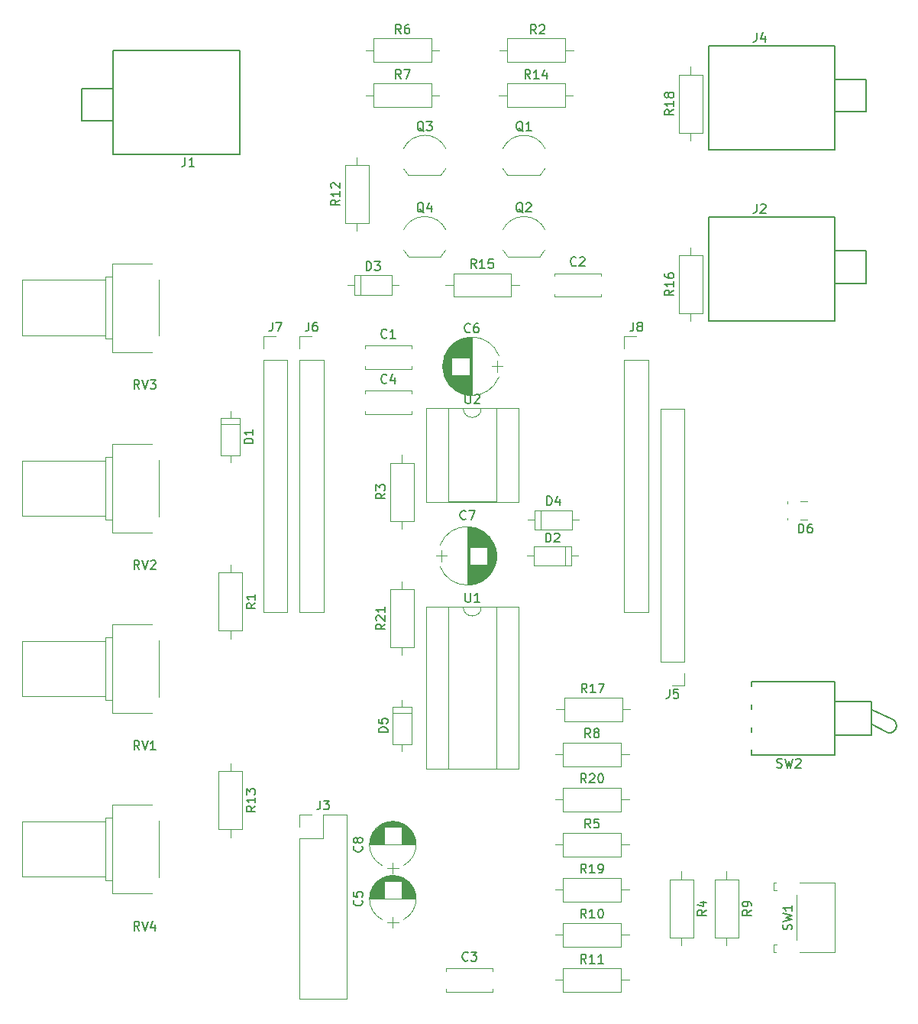
<source format=gbr>
G04 #@! TF.GenerationSoftware,KiCad,Pcbnew,(5.1.5)-3*
G04 #@! TF.CreationDate,2020-11-25T22:35:52-07:00*
G04 #@! TF.ProjectId,ADSR_Envelope_THT,41445352-5f45-46e7-9665-6c6f70655f54,rev?*
G04 #@! TF.SameCoordinates,Original*
G04 #@! TF.FileFunction,Legend,Top*
G04 #@! TF.FilePolarity,Positive*
%FSLAX46Y46*%
G04 Gerber Fmt 4.6, Leading zero omitted, Abs format (unit mm)*
G04 Created by KiCad (PCBNEW (5.1.5)-3) date 2020-11-25 22:35:52*
%MOMM*%
%LPD*%
G04 APERTURE LIST*
%ADD10C,0.120000*%
%ADD11C,0.150000*%
G04 APERTURE END LIST*
D10*
X33060000Y-38996000D02*
X33060000Y-39310000D01*
X33060000Y-36690000D02*
X33060000Y-37004000D01*
X27940000Y-38996000D02*
X27940000Y-39310000D01*
X27940000Y-36690000D02*
X27940000Y-37004000D01*
X27940000Y-39310000D02*
X33060000Y-39310000D01*
X27940000Y-36690000D02*
X33060000Y-36690000D01*
X48940000Y-28690000D02*
X54060000Y-28690000D01*
X48940000Y-31310000D02*
X54060000Y-31310000D01*
X48940000Y-28690000D02*
X48940000Y-29004000D01*
X48940000Y-30996000D02*
X48940000Y-31310000D01*
X54060000Y-28690000D02*
X54060000Y-29004000D01*
X54060000Y-30996000D02*
X54060000Y-31310000D01*
X36940000Y-105690000D02*
X42060000Y-105690000D01*
X36940000Y-108310000D02*
X42060000Y-108310000D01*
X36940000Y-105690000D02*
X36940000Y-106004000D01*
X36940000Y-107996000D02*
X36940000Y-108310000D01*
X42060000Y-105690000D02*
X42060000Y-106004000D01*
X42060000Y-107996000D02*
X42060000Y-108310000D01*
X33060000Y-43996000D02*
X33060000Y-44310000D01*
X33060000Y-41690000D02*
X33060000Y-42004000D01*
X27940000Y-43996000D02*
X27940000Y-44310000D01*
X27940000Y-41690000D02*
X27940000Y-42004000D01*
X27940000Y-44310000D02*
X33060000Y-44310000D01*
X27940000Y-41690000D02*
X33060000Y-41690000D01*
X30350000Y-100600000D02*
X31650000Y-100600000D01*
X31000000Y-101200000D02*
X31000000Y-100000000D01*
X30646000Y-95439000D02*
X31354000Y-95439000D01*
X30441000Y-95479000D02*
X31559000Y-95479000D01*
X30293000Y-95519000D02*
X31707000Y-95519000D01*
X30171000Y-95559000D02*
X31829000Y-95559000D01*
X30066000Y-95599000D02*
X31934000Y-95599000D01*
X29972000Y-95639000D02*
X32028000Y-95639000D01*
X29888000Y-95679000D02*
X32112000Y-95679000D01*
X29811000Y-95719000D02*
X32189000Y-95719000D01*
X29739000Y-95759000D02*
X32261000Y-95759000D01*
X29673000Y-95799000D02*
X32327000Y-95799000D01*
X29610000Y-95839000D02*
X32390000Y-95839000D01*
X29552000Y-95879000D02*
X32448000Y-95879000D01*
X29496000Y-95919000D02*
X32504000Y-95919000D01*
X29444000Y-95959000D02*
X32556000Y-95959000D01*
X29394000Y-95999000D02*
X32606000Y-95999000D01*
X31980000Y-96039000D02*
X32654000Y-96039000D01*
X29346000Y-96039000D02*
X30020000Y-96039000D01*
X31980000Y-96079000D02*
X32699000Y-96079000D01*
X29301000Y-96079000D02*
X30020000Y-96079000D01*
X31980000Y-96119000D02*
X32742000Y-96119000D01*
X29258000Y-96119000D02*
X30020000Y-96119000D01*
X31980000Y-96159000D02*
X32783000Y-96159000D01*
X29217000Y-96159000D02*
X30020000Y-96159000D01*
X31980000Y-96199000D02*
X32823000Y-96199000D01*
X29177000Y-96199000D02*
X30020000Y-96199000D01*
X31980000Y-96239000D02*
X32861000Y-96239000D01*
X29139000Y-96239000D02*
X30020000Y-96239000D01*
X31980000Y-96279000D02*
X32897000Y-96279000D01*
X29103000Y-96279000D02*
X30020000Y-96279000D01*
X31980000Y-96319000D02*
X32932000Y-96319000D01*
X29068000Y-96319000D02*
X30020000Y-96319000D01*
X31980000Y-96359000D02*
X32965000Y-96359000D01*
X29035000Y-96359000D02*
X30020000Y-96359000D01*
X31980000Y-96399000D02*
X32997000Y-96399000D01*
X29003000Y-96399000D02*
X30020000Y-96399000D01*
X31980000Y-96439000D02*
X33028000Y-96439000D01*
X28972000Y-96439000D02*
X30020000Y-96439000D01*
X31980000Y-96479000D02*
X33058000Y-96479000D01*
X28942000Y-96479000D02*
X30020000Y-96479000D01*
X31980000Y-96519000D02*
X33086000Y-96519000D01*
X28914000Y-96519000D02*
X30020000Y-96519000D01*
X31980000Y-96559000D02*
X33113000Y-96559000D01*
X28887000Y-96559000D02*
X30020000Y-96559000D01*
X31980000Y-96599000D02*
X33140000Y-96599000D01*
X28860000Y-96599000D02*
X30020000Y-96599000D01*
X31980000Y-96639000D02*
X33165000Y-96639000D01*
X28835000Y-96639000D02*
X30020000Y-96639000D01*
X31980000Y-96679000D02*
X33189000Y-96679000D01*
X28811000Y-96679000D02*
X30020000Y-96679000D01*
X31980000Y-96719000D02*
X33212000Y-96719000D01*
X28788000Y-96719000D02*
X30020000Y-96719000D01*
X31980000Y-96759000D02*
X33234000Y-96759000D01*
X28766000Y-96759000D02*
X30020000Y-96759000D01*
X31980000Y-96799000D02*
X33256000Y-96799000D01*
X28744000Y-96799000D02*
X30020000Y-96799000D01*
X31980000Y-96839000D02*
X33276000Y-96839000D01*
X28724000Y-96839000D02*
X30020000Y-96839000D01*
X31980000Y-96879000D02*
X33296000Y-96879000D01*
X28704000Y-96879000D02*
X30020000Y-96879000D01*
X31980000Y-96919000D02*
X33315000Y-96919000D01*
X28685000Y-96919000D02*
X30020000Y-96919000D01*
X31980000Y-96959000D02*
X33333000Y-96959000D01*
X28667000Y-96959000D02*
X30020000Y-96959000D01*
X31980000Y-96999000D02*
X33350000Y-96999000D01*
X28650000Y-96999000D02*
X30020000Y-96999000D01*
X31980000Y-97039000D02*
X33366000Y-97039000D01*
X28634000Y-97039000D02*
X30020000Y-97039000D01*
X31980000Y-97079000D02*
X33382000Y-97079000D01*
X28618000Y-97079000D02*
X30020000Y-97079000D01*
X31980000Y-97119000D02*
X33396000Y-97119000D01*
X28604000Y-97119000D02*
X30020000Y-97119000D01*
X31980000Y-97159000D02*
X33410000Y-97159000D01*
X28590000Y-97159000D02*
X30020000Y-97159000D01*
X31980000Y-97199000D02*
X33424000Y-97199000D01*
X28576000Y-97199000D02*
X30020000Y-97199000D01*
X31980000Y-97239000D02*
X33436000Y-97239000D01*
X28564000Y-97239000D02*
X30020000Y-97239000D01*
X31980000Y-97279000D02*
X33448000Y-97279000D01*
X28552000Y-97279000D02*
X30020000Y-97279000D01*
X31980000Y-97320000D02*
X33460000Y-97320000D01*
X28540000Y-97320000D02*
X30020000Y-97320000D01*
X31980000Y-97360000D02*
X33470000Y-97360000D01*
X28530000Y-97360000D02*
X30020000Y-97360000D01*
X31980000Y-97400000D02*
X33480000Y-97400000D01*
X28520000Y-97400000D02*
X30020000Y-97400000D01*
X31980000Y-97440000D02*
X33489000Y-97440000D01*
X28511000Y-97440000D02*
X30020000Y-97440000D01*
X31980000Y-97480000D02*
X33498000Y-97480000D01*
X28502000Y-97480000D02*
X30020000Y-97480000D01*
X31980000Y-97520000D02*
X33506000Y-97520000D01*
X28494000Y-97520000D02*
X30020000Y-97520000D01*
X31980000Y-97560000D02*
X33513000Y-97560000D01*
X28487000Y-97560000D02*
X30020000Y-97560000D01*
X31980000Y-97600000D02*
X33519000Y-97600000D01*
X28481000Y-97600000D02*
X30020000Y-97600000D01*
X31980000Y-97640000D02*
X33525000Y-97640000D01*
X28475000Y-97640000D02*
X30020000Y-97640000D01*
X31980000Y-97680000D02*
X33531000Y-97680000D01*
X28469000Y-97680000D02*
X30020000Y-97680000D01*
X31980000Y-97720000D02*
X33535000Y-97720000D01*
X28465000Y-97720000D02*
X30020000Y-97720000D01*
X31980000Y-97760000D02*
X33539000Y-97760000D01*
X28461000Y-97760000D02*
X30020000Y-97760000D01*
X31980000Y-97800000D02*
X33543000Y-97800000D01*
X28457000Y-97800000D02*
X30020000Y-97800000D01*
X31980000Y-97840000D02*
X33546000Y-97840000D01*
X28454000Y-97840000D02*
X30020000Y-97840000D01*
X31980000Y-97880000D02*
X33548000Y-97880000D01*
X28452000Y-97880000D02*
X30020000Y-97880000D01*
X31980000Y-97920000D02*
X33549000Y-97920000D01*
X28451000Y-97920000D02*
X30020000Y-97920000D01*
X31980000Y-97960000D02*
X33550000Y-97960000D01*
X28450000Y-97960000D02*
X30020000Y-97960000D01*
X28450000Y-98000000D02*
X33550000Y-98000000D01*
X32179723Y-95694278D02*
G75*
G03X29820000Y-95694420I-1179723J-2305722D01*
G01*
X32179723Y-95694278D02*
G75*
G02X32180000Y-100305580I-1179723J-2305722D01*
G01*
X29820277Y-95694278D02*
G75*
G03X29820000Y-100305580I1179723J-2305722D01*
G01*
X42600000Y-39650000D02*
X42600000Y-38350000D01*
X43200000Y-39000000D02*
X42000000Y-39000000D01*
X36549000Y-39468000D02*
X36549000Y-38532000D01*
X36589000Y-39676000D02*
X36589000Y-38324000D01*
X36629000Y-39834000D02*
X36629000Y-38166000D01*
X36669000Y-39966000D02*
X36669000Y-38034000D01*
X36709000Y-40081000D02*
X36709000Y-37919000D01*
X36749000Y-40184000D02*
X36749000Y-37816000D01*
X36789000Y-40278000D02*
X36789000Y-37722000D01*
X36829000Y-40364000D02*
X36829000Y-37636000D01*
X36869000Y-40445000D02*
X36869000Y-37555000D01*
X36909000Y-40520000D02*
X36909000Y-37480000D01*
X36949000Y-40591000D02*
X36949000Y-37409000D01*
X36989000Y-40658000D02*
X36989000Y-37342000D01*
X37029000Y-40721000D02*
X37029000Y-37279000D01*
X37069000Y-40781000D02*
X37069000Y-37219000D01*
X37109000Y-40839000D02*
X37109000Y-37161000D01*
X37149000Y-40894000D02*
X37149000Y-37106000D01*
X37189000Y-40946000D02*
X37189000Y-37054000D01*
X37229000Y-40997000D02*
X37229000Y-37003000D01*
X37269000Y-41045000D02*
X37269000Y-36955000D01*
X37309000Y-41092000D02*
X37309000Y-36908000D01*
X37349000Y-41137000D02*
X37349000Y-36863000D01*
X37389000Y-41180000D02*
X37389000Y-36820000D01*
X37429000Y-41222000D02*
X37429000Y-36778000D01*
X37469000Y-41262000D02*
X37469000Y-36738000D01*
X37509000Y-41301000D02*
X37509000Y-36699000D01*
X37549000Y-38020000D02*
X37549000Y-36661000D01*
X37549000Y-41339000D02*
X37549000Y-39980000D01*
X37589000Y-38020000D02*
X37589000Y-36625000D01*
X37589000Y-41375000D02*
X37589000Y-39980000D01*
X37629000Y-38020000D02*
X37629000Y-36589000D01*
X37629000Y-41411000D02*
X37629000Y-39980000D01*
X37669000Y-38020000D02*
X37669000Y-36555000D01*
X37669000Y-41445000D02*
X37669000Y-39980000D01*
X37709000Y-38020000D02*
X37709000Y-36522000D01*
X37709000Y-41478000D02*
X37709000Y-39980000D01*
X37749000Y-38020000D02*
X37749000Y-36490000D01*
X37749000Y-41510000D02*
X37749000Y-39980000D01*
X37789000Y-38020000D02*
X37789000Y-36460000D01*
X37789000Y-41540000D02*
X37789000Y-39980000D01*
X37829000Y-38020000D02*
X37829000Y-36430000D01*
X37829000Y-41570000D02*
X37829000Y-39980000D01*
X37869000Y-38020000D02*
X37869000Y-36401000D01*
X37869000Y-41599000D02*
X37869000Y-39980000D01*
X37909000Y-38020000D02*
X37909000Y-36373000D01*
X37909000Y-41627000D02*
X37909000Y-39980000D01*
X37949000Y-38020000D02*
X37949000Y-36346000D01*
X37949000Y-41654000D02*
X37949000Y-39980000D01*
X37989000Y-38020000D02*
X37989000Y-36319000D01*
X37989000Y-41681000D02*
X37989000Y-39980000D01*
X38029000Y-38020000D02*
X38029000Y-36294000D01*
X38029000Y-41706000D02*
X38029000Y-39980000D01*
X38069000Y-38020000D02*
X38069000Y-36269000D01*
X38069000Y-41731000D02*
X38069000Y-39980000D01*
X38109000Y-38020000D02*
X38109000Y-36245000D01*
X38109000Y-41755000D02*
X38109000Y-39980000D01*
X38149000Y-38020000D02*
X38149000Y-36222000D01*
X38149000Y-41778000D02*
X38149000Y-39980000D01*
X38189000Y-38020000D02*
X38189000Y-36200000D01*
X38189000Y-41800000D02*
X38189000Y-39980000D01*
X38229000Y-38020000D02*
X38229000Y-36178000D01*
X38229000Y-41822000D02*
X38229000Y-39980000D01*
X38269000Y-38020000D02*
X38269000Y-36157000D01*
X38269000Y-41843000D02*
X38269000Y-39980000D01*
X38309000Y-38020000D02*
X38309000Y-36137000D01*
X38309000Y-41863000D02*
X38309000Y-39980000D01*
X38349000Y-38020000D02*
X38349000Y-36118000D01*
X38349000Y-41882000D02*
X38349000Y-39980000D01*
X38389000Y-38020000D02*
X38389000Y-36099000D01*
X38389000Y-41901000D02*
X38389000Y-39980000D01*
X38429000Y-38020000D02*
X38429000Y-36081000D01*
X38429000Y-41919000D02*
X38429000Y-39980000D01*
X38469000Y-38020000D02*
X38469000Y-36063000D01*
X38469000Y-41937000D02*
X38469000Y-39980000D01*
X38509000Y-38020000D02*
X38509000Y-36046000D01*
X38509000Y-41954000D02*
X38509000Y-39980000D01*
X38549000Y-38020000D02*
X38549000Y-36030000D01*
X38549000Y-41970000D02*
X38549000Y-39980000D01*
X38589000Y-38020000D02*
X38589000Y-36014000D01*
X38589000Y-41986000D02*
X38589000Y-39980000D01*
X38629000Y-38020000D02*
X38629000Y-35999000D01*
X38629000Y-42001000D02*
X38629000Y-39980000D01*
X38669000Y-38020000D02*
X38669000Y-35985000D01*
X38669000Y-42015000D02*
X38669000Y-39980000D01*
X38709000Y-38020000D02*
X38709000Y-35971000D01*
X38709000Y-42029000D02*
X38709000Y-39980000D01*
X38749000Y-38020000D02*
X38749000Y-35958000D01*
X38749000Y-42042000D02*
X38749000Y-39980000D01*
X38789000Y-38020000D02*
X38789000Y-35945000D01*
X38789000Y-42055000D02*
X38789000Y-39980000D01*
X38829000Y-38020000D02*
X38829000Y-35933000D01*
X38829000Y-42067000D02*
X38829000Y-39980000D01*
X38869000Y-38020000D02*
X38869000Y-35921000D01*
X38869000Y-42079000D02*
X38869000Y-39980000D01*
X38909000Y-38020000D02*
X38909000Y-35910000D01*
X38909000Y-42090000D02*
X38909000Y-39980000D01*
X38949000Y-38020000D02*
X38949000Y-35900000D01*
X38949000Y-42100000D02*
X38949000Y-39980000D01*
X38989000Y-38020000D02*
X38989000Y-35890000D01*
X38989000Y-42110000D02*
X38989000Y-39980000D01*
X39029000Y-38020000D02*
X39029000Y-35881000D01*
X39029000Y-42119000D02*
X39029000Y-39980000D01*
X39070000Y-38020000D02*
X39070000Y-35872000D01*
X39070000Y-42128000D02*
X39070000Y-39980000D01*
X39110000Y-38020000D02*
X39110000Y-35863000D01*
X39110000Y-42137000D02*
X39110000Y-39980000D01*
X39150000Y-38020000D02*
X39150000Y-35856000D01*
X39150000Y-42144000D02*
X39150000Y-39980000D01*
X39190000Y-38020000D02*
X39190000Y-35848000D01*
X39190000Y-42152000D02*
X39190000Y-39980000D01*
X39230000Y-38020000D02*
X39230000Y-35842000D01*
X39230000Y-42158000D02*
X39230000Y-39980000D01*
X39270000Y-38020000D02*
X39270000Y-35835000D01*
X39270000Y-42165000D02*
X39270000Y-39980000D01*
X39310000Y-38020000D02*
X39310000Y-35830000D01*
X39310000Y-42170000D02*
X39310000Y-39980000D01*
X39350000Y-38020000D02*
X39350000Y-35824000D01*
X39350000Y-42176000D02*
X39350000Y-39980000D01*
X39390000Y-38020000D02*
X39390000Y-35820000D01*
X39390000Y-42180000D02*
X39390000Y-39980000D01*
X39430000Y-38020000D02*
X39430000Y-35815000D01*
X39430000Y-42185000D02*
X39430000Y-39980000D01*
X39470000Y-38020000D02*
X39470000Y-35812000D01*
X39470000Y-42188000D02*
X39470000Y-39980000D01*
X39510000Y-42192000D02*
X39510000Y-35808000D01*
X39550000Y-42194000D02*
X39550000Y-35806000D01*
X39590000Y-42197000D02*
X39590000Y-35803000D01*
X39630000Y-42198000D02*
X39630000Y-35802000D01*
X39670000Y-42200000D02*
X39670000Y-35800000D01*
X39710000Y-42200000D02*
X39710000Y-35800000D01*
X39750000Y-42200000D02*
X39750000Y-35800000D01*
X36732180Y-37820864D02*
G75*
G03X36732518Y-40180000I3017820J-1179136D01*
G01*
X36732180Y-37820864D02*
G75*
G02X42767482Y-37820000I3017820J-1179136D01*
G01*
X36732180Y-40179136D02*
G75*
G03X42767482Y-40180000I3017820J1179136D01*
G01*
X42267820Y-58820864D02*
G75*
G03X36232518Y-58820000I-3017820J-1179136D01*
G01*
X42267820Y-61179136D02*
G75*
G02X36232518Y-61180000I-3017820J1179136D01*
G01*
X42267820Y-61179136D02*
G75*
G03X42267482Y-58820000I-3017820J1179136D01*
G01*
X39250000Y-56800000D02*
X39250000Y-63200000D01*
X39290000Y-56800000D02*
X39290000Y-63200000D01*
X39330000Y-56800000D02*
X39330000Y-63200000D01*
X39370000Y-56802000D02*
X39370000Y-63198000D01*
X39410000Y-56803000D02*
X39410000Y-63197000D01*
X39450000Y-56806000D02*
X39450000Y-63194000D01*
X39490000Y-56808000D02*
X39490000Y-63192000D01*
X39530000Y-56812000D02*
X39530000Y-59020000D01*
X39530000Y-60980000D02*
X39530000Y-63188000D01*
X39570000Y-56815000D02*
X39570000Y-59020000D01*
X39570000Y-60980000D02*
X39570000Y-63185000D01*
X39610000Y-56820000D02*
X39610000Y-59020000D01*
X39610000Y-60980000D02*
X39610000Y-63180000D01*
X39650000Y-56824000D02*
X39650000Y-59020000D01*
X39650000Y-60980000D02*
X39650000Y-63176000D01*
X39690000Y-56830000D02*
X39690000Y-59020000D01*
X39690000Y-60980000D02*
X39690000Y-63170000D01*
X39730000Y-56835000D02*
X39730000Y-59020000D01*
X39730000Y-60980000D02*
X39730000Y-63165000D01*
X39770000Y-56842000D02*
X39770000Y-59020000D01*
X39770000Y-60980000D02*
X39770000Y-63158000D01*
X39810000Y-56848000D02*
X39810000Y-59020000D01*
X39810000Y-60980000D02*
X39810000Y-63152000D01*
X39850000Y-56856000D02*
X39850000Y-59020000D01*
X39850000Y-60980000D02*
X39850000Y-63144000D01*
X39890000Y-56863000D02*
X39890000Y-59020000D01*
X39890000Y-60980000D02*
X39890000Y-63137000D01*
X39930000Y-56872000D02*
X39930000Y-59020000D01*
X39930000Y-60980000D02*
X39930000Y-63128000D01*
X39971000Y-56881000D02*
X39971000Y-59020000D01*
X39971000Y-60980000D02*
X39971000Y-63119000D01*
X40011000Y-56890000D02*
X40011000Y-59020000D01*
X40011000Y-60980000D02*
X40011000Y-63110000D01*
X40051000Y-56900000D02*
X40051000Y-59020000D01*
X40051000Y-60980000D02*
X40051000Y-63100000D01*
X40091000Y-56910000D02*
X40091000Y-59020000D01*
X40091000Y-60980000D02*
X40091000Y-63090000D01*
X40131000Y-56921000D02*
X40131000Y-59020000D01*
X40131000Y-60980000D02*
X40131000Y-63079000D01*
X40171000Y-56933000D02*
X40171000Y-59020000D01*
X40171000Y-60980000D02*
X40171000Y-63067000D01*
X40211000Y-56945000D02*
X40211000Y-59020000D01*
X40211000Y-60980000D02*
X40211000Y-63055000D01*
X40251000Y-56958000D02*
X40251000Y-59020000D01*
X40251000Y-60980000D02*
X40251000Y-63042000D01*
X40291000Y-56971000D02*
X40291000Y-59020000D01*
X40291000Y-60980000D02*
X40291000Y-63029000D01*
X40331000Y-56985000D02*
X40331000Y-59020000D01*
X40331000Y-60980000D02*
X40331000Y-63015000D01*
X40371000Y-56999000D02*
X40371000Y-59020000D01*
X40371000Y-60980000D02*
X40371000Y-63001000D01*
X40411000Y-57014000D02*
X40411000Y-59020000D01*
X40411000Y-60980000D02*
X40411000Y-62986000D01*
X40451000Y-57030000D02*
X40451000Y-59020000D01*
X40451000Y-60980000D02*
X40451000Y-62970000D01*
X40491000Y-57046000D02*
X40491000Y-59020000D01*
X40491000Y-60980000D02*
X40491000Y-62954000D01*
X40531000Y-57063000D02*
X40531000Y-59020000D01*
X40531000Y-60980000D02*
X40531000Y-62937000D01*
X40571000Y-57081000D02*
X40571000Y-59020000D01*
X40571000Y-60980000D02*
X40571000Y-62919000D01*
X40611000Y-57099000D02*
X40611000Y-59020000D01*
X40611000Y-60980000D02*
X40611000Y-62901000D01*
X40651000Y-57118000D02*
X40651000Y-59020000D01*
X40651000Y-60980000D02*
X40651000Y-62882000D01*
X40691000Y-57137000D02*
X40691000Y-59020000D01*
X40691000Y-60980000D02*
X40691000Y-62863000D01*
X40731000Y-57157000D02*
X40731000Y-59020000D01*
X40731000Y-60980000D02*
X40731000Y-62843000D01*
X40771000Y-57178000D02*
X40771000Y-59020000D01*
X40771000Y-60980000D02*
X40771000Y-62822000D01*
X40811000Y-57200000D02*
X40811000Y-59020000D01*
X40811000Y-60980000D02*
X40811000Y-62800000D01*
X40851000Y-57222000D02*
X40851000Y-59020000D01*
X40851000Y-60980000D02*
X40851000Y-62778000D01*
X40891000Y-57245000D02*
X40891000Y-59020000D01*
X40891000Y-60980000D02*
X40891000Y-62755000D01*
X40931000Y-57269000D02*
X40931000Y-59020000D01*
X40931000Y-60980000D02*
X40931000Y-62731000D01*
X40971000Y-57294000D02*
X40971000Y-59020000D01*
X40971000Y-60980000D02*
X40971000Y-62706000D01*
X41011000Y-57319000D02*
X41011000Y-59020000D01*
X41011000Y-60980000D02*
X41011000Y-62681000D01*
X41051000Y-57346000D02*
X41051000Y-59020000D01*
X41051000Y-60980000D02*
X41051000Y-62654000D01*
X41091000Y-57373000D02*
X41091000Y-59020000D01*
X41091000Y-60980000D02*
X41091000Y-62627000D01*
X41131000Y-57401000D02*
X41131000Y-59020000D01*
X41131000Y-60980000D02*
X41131000Y-62599000D01*
X41171000Y-57430000D02*
X41171000Y-59020000D01*
X41171000Y-60980000D02*
X41171000Y-62570000D01*
X41211000Y-57460000D02*
X41211000Y-59020000D01*
X41211000Y-60980000D02*
X41211000Y-62540000D01*
X41251000Y-57490000D02*
X41251000Y-59020000D01*
X41251000Y-60980000D02*
X41251000Y-62510000D01*
X41291000Y-57522000D02*
X41291000Y-59020000D01*
X41291000Y-60980000D02*
X41291000Y-62478000D01*
X41331000Y-57555000D02*
X41331000Y-59020000D01*
X41331000Y-60980000D02*
X41331000Y-62445000D01*
X41371000Y-57589000D02*
X41371000Y-59020000D01*
X41371000Y-60980000D02*
X41371000Y-62411000D01*
X41411000Y-57625000D02*
X41411000Y-59020000D01*
X41411000Y-60980000D02*
X41411000Y-62375000D01*
X41451000Y-57661000D02*
X41451000Y-59020000D01*
X41451000Y-60980000D02*
X41451000Y-62339000D01*
X41491000Y-57699000D02*
X41491000Y-62301000D01*
X41531000Y-57738000D02*
X41531000Y-62262000D01*
X41571000Y-57778000D02*
X41571000Y-62222000D01*
X41611000Y-57820000D02*
X41611000Y-62180000D01*
X41651000Y-57863000D02*
X41651000Y-62137000D01*
X41691000Y-57908000D02*
X41691000Y-62092000D01*
X41731000Y-57955000D02*
X41731000Y-62045000D01*
X41771000Y-58003000D02*
X41771000Y-61997000D01*
X41811000Y-58054000D02*
X41811000Y-61946000D01*
X41851000Y-58106000D02*
X41851000Y-61894000D01*
X41891000Y-58161000D02*
X41891000Y-61839000D01*
X41931000Y-58219000D02*
X41931000Y-61781000D01*
X41971000Y-58279000D02*
X41971000Y-61721000D01*
X42011000Y-58342000D02*
X42011000Y-61658000D01*
X42051000Y-58409000D02*
X42051000Y-61591000D01*
X42091000Y-58480000D02*
X42091000Y-61520000D01*
X42131000Y-58555000D02*
X42131000Y-61445000D01*
X42171000Y-58636000D02*
X42171000Y-61364000D01*
X42211000Y-58722000D02*
X42211000Y-61278000D01*
X42251000Y-58816000D02*
X42251000Y-61184000D01*
X42291000Y-58919000D02*
X42291000Y-61081000D01*
X42331000Y-59034000D02*
X42331000Y-60966000D01*
X42371000Y-59166000D02*
X42371000Y-60834000D01*
X42411000Y-59324000D02*
X42411000Y-60676000D01*
X42451000Y-59532000D02*
X42451000Y-60468000D01*
X35800000Y-60000000D02*
X37000000Y-60000000D01*
X36400000Y-59350000D02*
X36400000Y-60650000D01*
X29820277Y-89694278D02*
G75*
G03X29820000Y-94305580I1179723J-2305722D01*
G01*
X32179723Y-89694278D02*
G75*
G02X32180000Y-94305580I-1179723J-2305722D01*
G01*
X32179723Y-89694278D02*
G75*
G03X29820000Y-89694420I-1179723J-2305722D01*
G01*
X28450000Y-92000000D02*
X33550000Y-92000000D01*
X28450000Y-91960000D02*
X30020000Y-91960000D01*
X31980000Y-91960000D02*
X33550000Y-91960000D01*
X28451000Y-91920000D02*
X30020000Y-91920000D01*
X31980000Y-91920000D02*
X33549000Y-91920000D01*
X28452000Y-91880000D02*
X30020000Y-91880000D01*
X31980000Y-91880000D02*
X33548000Y-91880000D01*
X28454000Y-91840000D02*
X30020000Y-91840000D01*
X31980000Y-91840000D02*
X33546000Y-91840000D01*
X28457000Y-91800000D02*
X30020000Y-91800000D01*
X31980000Y-91800000D02*
X33543000Y-91800000D01*
X28461000Y-91760000D02*
X30020000Y-91760000D01*
X31980000Y-91760000D02*
X33539000Y-91760000D01*
X28465000Y-91720000D02*
X30020000Y-91720000D01*
X31980000Y-91720000D02*
X33535000Y-91720000D01*
X28469000Y-91680000D02*
X30020000Y-91680000D01*
X31980000Y-91680000D02*
X33531000Y-91680000D01*
X28475000Y-91640000D02*
X30020000Y-91640000D01*
X31980000Y-91640000D02*
X33525000Y-91640000D01*
X28481000Y-91600000D02*
X30020000Y-91600000D01*
X31980000Y-91600000D02*
X33519000Y-91600000D01*
X28487000Y-91560000D02*
X30020000Y-91560000D01*
X31980000Y-91560000D02*
X33513000Y-91560000D01*
X28494000Y-91520000D02*
X30020000Y-91520000D01*
X31980000Y-91520000D02*
X33506000Y-91520000D01*
X28502000Y-91480000D02*
X30020000Y-91480000D01*
X31980000Y-91480000D02*
X33498000Y-91480000D01*
X28511000Y-91440000D02*
X30020000Y-91440000D01*
X31980000Y-91440000D02*
X33489000Y-91440000D01*
X28520000Y-91400000D02*
X30020000Y-91400000D01*
X31980000Y-91400000D02*
X33480000Y-91400000D01*
X28530000Y-91360000D02*
X30020000Y-91360000D01*
X31980000Y-91360000D02*
X33470000Y-91360000D01*
X28540000Y-91320000D02*
X30020000Y-91320000D01*
X31980000Y-91320000D02*
X33460000Y-91320000D01*
X28552000Y-91279000D02*
X30020000Y-91279000D01*
X31980000Y-91279000D02*
X33448000Y-91279000D01*
X28564000Y-91239000D02*
X30020000Y-91239000D01*
X31980000Y-91239000D02*
X33436000Y-91239000D01*
X28576000Y-91199000D02*
X30020000Y-91199000D01*
X31980000Y-91199000D02*
X33424000Y-91199000D01*
X28590000Y-91159000D02*
X30020000Y-91159000D01*
X31980000Y-91159000D02*
X33410000Y-91159000D01*
X28604000Y-91119000D02*
X30020000Y-91119000D01*
X31980000Y-91119000D02*
X33396000Y-91119000D01*
X28618000Y-91079000D02*
X30020000Y-91079000D01*
X31980000Y-91079000D02*
X33382000Y-91079000D01*
X28634000Y-91039000D02*
X30020000Y-91039000D01*
X31980000Y-91039000D02*
X33366000Y-91039000D01*
X28650000Y-90999000D02*
X30020000Y-90999000D01*
X31980000Y-90999000D02*
X33350000Y-90999000D01*
X28667000Y-90959000D02*
X30020000Y-90959000D01*
X31980000Y-90959000D02*
X33333000Y-90959000D01*
X28685000Y-90919000D02*
X30020000Y-90919000D01*
X31980000Y-90919000D02*
X33315000Y-90919000D01*
X28704000Y-90879000D02*
X30020000Y-90879000D01*
X31980000Y-90879000D02*
X33296000Y-90879000D01*
X28724000Y-90839000D02*
X30020000Y-90839000D01*
X31980000Y-90839000D02*
X33276000Y-90839000D01*
X28744000Y-90799000D02*
X30020000Y-90799000D01*
X31980000Y-90799000D02*
X33256000Y-90799000D01*
X28766000Y-90759000D02*
X30020000Y-90759000D01*
X31980000Y-90759000D02*
X33234000Y-90759000D01*
X28788000Y-90719000D02*
X30020000Y-90719000D01*
X31980000Y-90719000D02*
X33212000Y-90719000D01*
X28811000Y-90679000D02*
X30020000Y-90679000D01*
X31980000Y-90679000D02*
X33189000Y-90679000D01*
X28835000Y-90639000D02*
X30020000Y-90639000D01*
X31980000Y-90639000D02*
X33165000Y-90639000D01*
X28860000Y-90599000D02*
X30020000Y-90599000D01*
X31980000Y-90599000D02*
X33140000Y-90599000D01*
X28887000Y-90559000D02*
X30020000Y-90559000D01*
X31980000Y-90559000D02*
X33113000Y-90559000D01*
X28914000Y-90519000D02*
X30020000Y-90519000D01*
X31980000Y-90519000D02*
X33086000Y-90519000D01*
X28942000Y-90479000D02*
X30020000Y-90479000D01*
X31980000Y-90479000D02*
X33058000Y-90479000D01*
X28972000Y-90439000D02*
X30020000Y-90439000D01*
X31980000Y-90439000D02*
X33028000Y-90439000D01*
X29003000Y-90399000D02*
X30020000Y-90399000D01*
X31980000Y-90399000D02*
X32997000Y-90399000D01*
X29035000Y-90359000D02*
X30020000Y-90359000D01*
X31980000Y-90359000D02*
X32965000Y-90359000D01*
X29068000Y-90319000D02*
X30020000Y-90319000D01*
X31980000Y-90319000D02*
X32932000Y-90319000D01*
X29103000Y-90279000D02*
X30020000Y-90279000D01*
X31980000Y-90279000D02*
X32897000Y-90279000D01*
X29139000Y-90239000D02*
X30020000Y-90239000D01*
X31980000Y-90239000D02*
X32861000Y-90239000D01*
X29177000Y-90199000D02*
X30020000Y-90199000D01*
X31980000Y-90199000D02*
X32823000Y-90199000D01*
X29217000Y-90159000D02*
X30020000Y-90159000D01*
X31980000Y-90159000D02*
X32783000Y-90159000D01*
X29258000Y-90119000D02*
X30020000Y-90119000D01*
X31980000Y-90119000D02*
X32742000Y-90119000D01*
X29301000Y-90079000D02*
X30020000Y-90079000D01*
X31980000Y-90079000D02*
X32699000Y-90079000D01*
X29346000Y-90039000D02*
X30020000Y-90039000D01*
X31980000Y-90039000D02*
X32654000Y-90039000D01*
X29394000Y-89999000D02*
X32606000Y-89999000D01*
X29444000Y-89959000D02*
X32556000Y-89959000D01*
X29496000Y-89919000D02*
X32504000Y-89919000D01*
X29552000Y-89879000D02*
X32448000Y-89879000D01*
X29610000Y-89839000D02*
X32390000Y-89839000D01*
X29673000Y-89799000D02*
X32327000Y-89799000D01*
X29739000Y-89759000D02*
X32261000Y-89759000D01*
X29811000Y-89719000D02*
X32189000Y-89719000D01*
X29888000Y-89679000D02*
X32112000Y-89679000D01*
X29972000Y-89639000D02*
X32028000Y-89639000D01*
X30066000Y-89599000D02*
X31934000Y-89599000D01*
X30171000Y-89559000D02*
X31829000Y-89559000D01*
X30293000Y-89519000D02*
X31707000Y-89519000D01*
X30441000Y-89479000D02*
X31559000Y-89479000D01*
X30646000Y-89439000D02*
X31354000Y-89439000D01*
X31000000Y-95200000D02*
X31000000Y-94000000D01*
X30350000Y-94600000D02*
X31650000Y-94600000D01*
X14060000Y-45410000D02*
X11940000Y-45410000D01*
X13000000Y-49640000D02*
X13000000Y-48870000D01*
X13000000Y-43980000D02*
X13000000Y-44750000D01*
X14060000Y-48870000D02*
X14060000Y-44750000D01*
X11940000Y-48870000D02*
X14060000Y-48870000D01*
X11940000Y-44750000D02*
X11940000Y-48870000D01*
X14060000Y-44750000D02*
X11940000Y-44750000D01*
X50750000Y-61060000D02*
X50750000Y-58940000D01*
X50750000Y-58940000D02*
X46630000Y-58940000D01*
X46630000Y-58940000D02*
X46630000Y-61060000D01*
X46630000Y-61060000D02*
X50750000Y-61060000D01*
X51520000Y-60000000D02*
X50750000Y-60000000D01*
X45860000Y-60000000D02*
X46630000Y-60000000D01*
X50090000Y-61060000D02*
X50090000Y-58940000D01*
X27410000Y-28940000D02*
X27410000Y-31060000D01*
X31640000Y-30000000D02*
X30870000Y-30000000D01*
X25980000Y-30000000D02*
X26750000Y-30000000D01*
X30870000Y-28940000D02*
X26750000Y-28940000D01*
X30870000Y-31060000D02*
X30870000Y-28940000D01*
X26750000Y-31060000D02*
X30870000Y-31060000D01*
X26750000Y-28940000D02*
X26750000Y-31060000D01*
X47410000Y-54940000D02*
X47410000Y-57060000D01*
X51640000Y-56000000D02*
X50870000Y-56000000D01*
X45980000Y-56000000D02*
X46750000Y-56000000D01*
X50870000Y-54940000D02*
X46750000Y-54940000D01*
X50870000Y-57060000D02*
X50870000Y-54940000D01*
X46750000Y-57060000D02*
X50870000Y-57060000D01*
X46750000Y-54940000D02*
X46750000Y-57060000D01*
X33060000Y-76750000D02*
X30940000Y-76750000D01*
X30940000Y-76750000D02*
X30940000Y-80870000D01*
X30940000Y-80870000D02*
X33060000Y-80870000D01*
X33060000Y-80870000D02*
X33060000Y-76750000D01*
X32000000Y-75980000D02*
X32000000Y-76750000D01*
X32000000Y-81640000D02*
X32000000Y-80870000D01*
X33060000Y-77410000D02*
X30940000Y-77410000D01*
X74720000Y-54175000D02*
X74720000Y-53990000D01*
X74720000Y-56010000D02*
X74720000Y-55825000D01*
X74730000Y-53990000D02*
X74720000Y-53990000D01*
X76920000Y-53990000D02*
X76189000Y-53990000D01*
X74730000Y-56010000D02*
X74720000Y-56010000D01*
X76920000Y-56010000D02*
X76189000Y-56010000D01*
D11*
X0Y-4000000D02*
X14000000Y-4000000D01*
X14000000Y-4000000D02*
X14000000Y-15500000D01*
X14000000Y-15500000D02*
X0Y-15500000D01*
X0Y-15500000D02*
X0Y-4000000D01*
X0Y-8200000D02*
X-3500000Y-8200000D01*
X-3500000Y-8200000D02*
X-3500000Y-11800000D01*
X0Y-11800000D02*
X-3500000Y-11800000D01*
X80000000Y-34000000D02*
X66000000Y-34000000D01*
X66000000Y-34000000D02*
X66000000Y-22500000D01*
X66000000Y-22500000D02*
X80000000Y-22500000D01*
X80000000Y-22500000D02*
X80000000Y-34000000D01*
X80000000Y-29800000D02*
X83500000Y-29800000D01*
X83500000Y-29800000D02*
X83500000Y-26200000D01*
X80000000Y-26200000D02*
X83500000Y-26200000D01*
D10*
X20670000Y-88670000D02*
X22000000Y-88670000D01*
X20670000Y-90000000D02*
X20670000Y-88670000D01*
X23270000Y-88670000D02*
X25870000Y-88670000D01*
X23270000Y-91270000D02*
X23270000Y-88670000D01*
X20670000Y-91270000D02*
X23270000Y-91270000D01*
X25870000Y-88670000D02*
X25870000Y-109110000D01*
X20670000Y-91270000D02*
X20670000Y-109110000D01*
X20670000Y-109110000D02*
X25870000Y-109110000D01*
D11*
X80000000Y-7200000D02*
X83500000Y-7200000D01*
X83500000Y-10800000D02*
X83500000Y-7200000D01*
X80000000Y-10800000D02*
X83500000Y-10800000D01*
X80000000Y-3500000D02*
X80000000Y-15000000D01*
X66000000Y-3500000D02*
X80000000Y-3500000D01*
X66000000Y-15000000D02*
X66000000Y-3500000D01*
X80000000Y-15000000D02*
X66000000Y-15000000D01*
D10*
X43740000Y-17850000D02*
X47340000Y-17850000D01*
X43215816Y-17122795D02*
G75*
G03X43740000Y-17850000I2324184J1122795D01*
G01*
X43183600Y-14901193D02*
G75*
G02X45540000Y-13400000I2356400J-1098807D01*
G01*
X47896400Y-14901193D02*
G75*
G03X45540000Y-13400000I-2356400J-1098807D01*
G01*
X47864184Y-17122795D02*
G75*
G02X47340000Y-17850000I-2324184J1122795D01*
G01*
X47864184Y-26122795D02*
G75*
G02X47340000Y-26850000I-2324184J1122795D01*
G01*
X47896400Y-23901193D02*
G75*
G03X45540000Y-22400000I-2356400J-1098807D01*
G01*
X43183600Y-23901193D02*
G75*
G02X45540000Y-22400000I2356400J-1098807D01*
G01*
X43215816Y-26122795D02*
G75*
G03X43740000Y-26850000I2324184J1122795D01*
G01*
X43740000Y-26850000D02*
X47340000Y-26850000D01*
X32740000Y-17850000D02*
X36340000Y-17850000D01*
X32215816Y-17122795D02*
G75*
G03X32740000Y-17850000I2324184J1122795D01*
G01*
X32183600Y-14901193D02*
G75*
G02X34540000Y-13400000I2356400J-1098807D01*
G01*
X36896400Y-14901193D02*
G75*
G03X34540000Y-13400000I-2356400J-1098807D01*
G01*
X36864184Y-17122795D02*
G75*
G02X36340000Y-17850000I-2324184J1122795D01*
G01*
X36864184Y-26122795D02*
G75*
G02X36340000Y-26850000I-2324184J1122795D01*
G01*
X36896400Y-23901193D02*
G75*
G03X34540000Y-22400000I-2356400J-1098807D01*
G01*
X32183600Y-23901193D02*
G75*
G02X34540000Y-22400000I2356400J-1098807D01*
G01*
X32215816Y-26122795D02*
G75*
G03X32740000Y-26850000I2324184J1122795D01*
G01*
X32740000Y-26850000D02*
X36340000Y-26850000D01*
X13000000Y-69180000D02*
X13000000Y-68290000D01*
X13000000Y-60980000D02*
X13000000Y-61870000D01*
X14310000Y-68290000D02*
X14310000Y-61870000D01*
X11690000Y-68290000D02*
X14310000Y-68290000D01*
X11690000Y-61870000D02*
X11690000Y-68290000D01*
X14310000Y-61870000D02*
X11690000Y-61870000D01*
X50130000Y-5310000D02*
X50130000Y-2690000D01*
X50130000Y-2690000D02*
X43710000Y-2690000D01*
X43710000Y-2690000D02*
X43710000Y-5310000D01*
X43710000Y-5310000D02*
X50130000Y-5310000D01*
X51020000Y-4000000D02*
X50130000Y-4000000D01*
X42820000Y-4000000D02*
X43710000Y-4000000D01*
X32000000Y-48820000D02*
X32000000Y-49710000D01*
X32000000Y-57020000D02*
X32000000Y-56130000D01*
X30690000Y-49710000D02*
X30690000Y-56130000D01*
X33310000Y-49710000D02*
X30690000Y-49710000D01*
X33310000Y-56130000D02*
X33310000Y-49710000D01*
X30690000Y-56130000D02*
X33310000Y-56130000D01*
X63000000Y-103180000D02*
X63000000Y-102290000D01*
X63000000Y-94980000D02*
X63000000Y-95870000D01*
X64310000Y-102290000D02*
X64310000Y-95870000D01*
X61690000Y-102290000D02*
X64310000Y-102290000D01*
X61690000Y-95870000D02*
X61690000Y-102290000D01*
X64310000Y-95870000D02*
X61690000Y-95870000D01*
X49870000Y-90690000D02*
X49870000Y-93310000D01*
X49870000Y-93310000D02*
X56290000Y-93310000D01*
X56290000Y-93310000D02*
X56290000Y-90690000D01*
X56290000Y-90690000D02*
X49870000Y-90690000D01*
X48980000Y-92000000D02*
X49870000Y-92000000D01*
X57180000Y-92000000D02*
X56290000Y-92000000D01*
X28870000Y-2690000D02*
X28870000Y-5310000D01*
X28870000Y-5310000D02*
X35290000Y-5310000D01*
X35290000Y-5310000D02*
X35290000Y-2690000D01*
X35290000Y-2690000D02*
X28870000Y-2690000D01*
X27980000Y-4000000D02*
X28870000Y-4000000D01*
X36180000Y-4000000D02*
X35290000Y-4000000D01*
X36180000Y-9000000D02*
X35290000Y-9000000D01*
X27980000Y-9000000D02*
X28870000Y-9000000D01*
X35290000Y-7690000D02*
X28870000Y-7690000D01*
X35290000Y-10310000D02*
X35290000Y-7690000D01*
X28870000Y-10310000D02*
X35290000Y-10310000D01*
X28870000Y-7690000D02*
X28870000Y-10310000D01*
X49870000Y-80690000D02*
X49870000Y-83310000D01*
X49870000Y-83310000D02*
X56290000Y-83310000D01*
X56290000Y-83310000D02*
X56290000Y-80690000D01*
X56290000Y-80690000D02*
X49870000Y-80690000D01*
X48980000Y-82000000D02*
X49870000Y-82000000D01*
X57180000Y-82000000D02*
X56290000Y-82000000D01*
X69310000Y-95870000D02*
X66690000Y-95870000D01*
X66690000Y-95870000D02*
X66690000Y-102290000D01*
X66690000Y-102290000D02*
X69310000Y-102290000D01*
X69310000Y-102290000D02*
X69310000Y-95870000D01*
X68000000Y-94980000D02*
X68000000Y-95870000D01*
X68000000Y-103180000D02*
X68000000Y-102290000D01*
X57180000Y-102000000D02*
X56290000Y-102000000D01*
X48980000Y-102000000D02*
X49870000Y-102000000D01*
X56290000Y-100690000D02*
X49870000Y-100690000D01*
X56290000Y-103310000D02*
X56290000Y-100690000D01*
X49870000Y-103310000D02*
X56290000Y-103310000D01*
X49870000Y-100690000D02*
X49870000Y-103310000D01*
X57180000Y-107000000D02*
X56290000Y-107000000D01*
X48980000Y-107000000D02*
X49870000Y-107000000D01*
X56290000Y-105690000D02*
X49870000Y-105690000D01*
X56290000Y-108310000D02*
X56290000Y-105690000D01*
X49870000Y-108310000D02*
X56290000Y-108310000D01*
X49870000Y-105690000D02*
X49870000Y-108310000D01*
X25690000Y-23130000D02*
X28310000Y-23130000D01*
X28310000Y-23130000D02*
X28310000Y-16710000D01*
X28310000Y-16710000D02*
X25690000Y-16710000D01*
X25690000Y-16710000D02*
X25690000Y-23130000D01*
X27000000Y-24020000D02*
X27000000Y-23130000D01*
X27000000Y-15820000D02*
X27000000Y-16710000D01*
X13000000Y-91180000D02*
X13000000Y-90290000D01*
X13000000Y-82980000D02*
X13000000Y-83870000D01*
X14310000Y-90290000D02*
X14310000Y-83870000D01*
X11690000Y-90290000D02*
X14310000Y-90290000D01*
X11690000Y-83870000D02*
X11690000Y-90290000D01*
X14310000Y-83870000D02*
X11690000Y-83870000D01*
X50980000Y-9000000D02*
X50090000Y-9000000D01*
X42780000Y-9000000D02*
X43670000Y-9000000D01*
X50090000Y-7690000D02*
X43670000Y-7690000D01*
X50090000Y-10310000D02*
X50090000Y-7690000D01*
X43670000Y-10310000D02*
X50090000Y-10310000D01*
X43670000Y-7690000D02*
X43670000Y-10310000D01*
X44130000Y-31310000D02*
X44130000Y-28690000D01*
X44130000Y-28690000D02*
X37710000Y-28690000D01*
X37710000Y-28690000D02*
X37710000Y-31310000D01*
X37710000Y-31310000D02*
X44130000Y-31310000D01*
X45020000Y-30000000D02*
X44130000Y-30000000D01*
X36820000Y-30000000D02*
X37710000Y-30000000D01*
X64000000Y-25820000D02*
X64000000Y-26710000D01*
X64000000Y-34020000D02*
X64000000Y-33130000D01*
X62690000Y-26710000D02*
X62690000Y-33130000D01*
X65310000Y-26710000D02*
X62690000Y-26710000D01*
X65310000Y-33130000D02*
X65310000Y-26710000D01*
X62690000Y-33130000D02*
X65310000Y-33130000D01*
X56430000Y-78310000D02*
X56430000Y-75690000D01*
X56430000Y-75690000D02*
X50010000Y-75690000D01*
X50010000Y-75690000D02*
X50010000Y-78310000D01*
X50010000Y-78310000D02*
X56430000Y-78310000D01*
X57320000Y-77000000D02*
X56430000Y-77000000D01*
X49120000Y-77000000D02*
X50010000Y-77000000D01*
X62690000Y-13130000D02*
X65310000Y-13130000D01*
X65310000Y-13130000D02*
X65310000Y-6710000D01*
X65310000Y-6710000D02*
X62690000Y-6710000D01*
X62690000Y-6710000D02*
X62690000Y-13130000D01*
X64000000Y-14020000D02*
X64000000Y-13130000D01*
X64000000Y-5820000D02*
X64000000Y-6710000D01*
X57180000Y-97000000D02*
X56290000Y-97000000D01*
X48980000Y-97000000D02*
X49870000Y-97000000D01*
X56290000Y-95690000D02*
X49870000Y-95690000D01*
X56290000Y-98310000D02*
X56290000Y-95690000D01*
X49870000Y-98310000D02*
X56290000Y-98310000D01*
X49870000Y-95690000D02*
X49870000Y-98310000D01*
X49870000Y-85690000D02*
X49870000Y-88310000D01*
X49870000Y-88310000D02*
X56290000Y-88310000D01*
X56290000Y-88310000D02*
X56290000Y-85690000D01*
X56290000Y-85690000D02*
X49870000Y-85690000D01*
X48980000Y-87000000D02*
X49870000Y-87000000D01*
X57180000Y-87000000D02*
X56290000Y-87000000D01*
X32000000Y-62820000D02*
X32000000Y-63710000D01*
X32000000Y-71020000D02*
X32000000Y-70130000D01*
X30690000Y-63710000D02*
X30690000Y-70130000D01*
X33310000Y-63710000D02*
X30690000Y-63710000D01*
X33310000Y-70130000D02*
X33310000Y-63710000D01*
X30690000Y-70130000D02*
X33310000Y-70130000D01*
X4305000Y-77410000D02*
X-60000Y-77410000D01*
X4305000Y-67590000D02*
X-60000Y-67590000D01*
X5060000Y-75625000D02*
X5060000Y-69375000D01*
X-60000Y-77410000D02*
X-60000Y-67590000D01*
X-60000Y-75960000D02*
X-860000Y-75960000D01*
X-60000Y-69040000D02*
X-860000Y-69040000D01*
X-60000Y-75960000D02*
X-60000Y-69040000D01*
X-860000Y-75960000D02*
X-860000Y-69040000D01*
X-860000Y-75560000D02*
X-10060000Y-75560000D01*
X-860000Y-69440000D02*
X-10060000Y-69440000D01*
X-860000Y-75560000D02*
X-860000Y-69440000D01*
X-10060000Y-75560000D02*
X-10060000Y-69440000D01*
X-10060000Y-55560000D02*
X-10060000Y-49440000D01*
X-860000Y-55560000D02*
X-860000Y-49440000D01*
X-860000Y-49440000D02*
X-10060000Y-49440000D01*
X-860000Y-55560000D02*
X-10060000Y-55560000D01*
X-860000Y-55960000D02*
X-860000Y-49040000D01*
X-60000Y-55960000D02*
X-60000Y-49040000D01*
X-60000Y-49040000D02*
X-860000Y-49040000D01*
X-60000Y-55960000D02*
X-860000Y-55960000D01*
X-60000Y-57410000D02*
X-60000Y-47590000D01*
X5060000Y-55625000D02*
X5060000Y-49375000D01*
X4305000Y-47590000D02*
X-60000Y-47590000D01*
X4305000Y-57410000D02*
X-60000Y-57410000D01*
X-10060000Y-35560000D02*
X-10060000Y-29440000D01*
X-860000Y-35560000D02*
X-860000Y-29440000D01*
X-860000Y-29440000D02*
X-10060000Y-29440000D01*
X-860000Y-35560000D02*
X-10060000Y-35560000D01*
X-860000Y-35960000D02*
X-860000Y-29040000D01*
X-60000Y-35960000D02*
X-60000Y-29040000D01*
X-60000Y-29040000D02*
X-860000Y-29040000D01*
X-60000Y-35960000D02*
X-860000Y-35960000D01*
X-60000Y-37410000D02*
X-60000Y-27590000D01*
X5060000Y-35625000D02*
X5060000Y-29375000D01*
X4305000Y-27590000D02*
X-60000Y-27590000D01*
X4305000Y-37410000D02*
X-60000Y-37410000D01*
X4305000Y-97410000D02*
X-60000Y-97410000D01*
X4305000Y-87590000D02*
X-60000Y-87590000D01*
X5060000Y-95625000D02*
X5060000Y-89375000D01*
X-60000Y-97410000D02*
X-60000Y-87590000D01*
X-60000Y-95960000D02*
X-860000Y-95960000D01*
X-60000Y-89040000D02*
X-860000Y-89040000D01*
X-60000Y-95960000D02*
X-60000Y-89040000D01*
X-860000Y-95960000D02*
X-860000Y-89040000D01*
X-860000Y-95560000D02*
X-10060000Y-95560000D01*
X-860000Y-89440000D02*
X-10060000Y-89440000D01*
X-860000Y-95560000D02*
X-860000Y-89440000D01*
X-10060000Y-95560000D02*
X-10060000Y-89440000D01*
D11*
X80000000Y-82065000D02*
X80000000Y-73935000D01*
X80000000Y-73935000D02*
X70730000Y-73935000D01*
X80000000Y-82065000D02*
X70730000Y-82065000D01*
X70730000Y-82065000D02*
X70729000Y-81492500D01*
X70729000Y-79524000D02*
X70729000Y-79016000D01*
X70729000Y-76984000D02*
X70729000Y-76476000D01*
X70729000Y-73936000D02*
X70729000Y-74444000D01*
X80000000Y-79865000D02*
X84100000Y-79865000D01*
X84100000Y-79865000D02*
X84100000Y-76135000D01*
X80000000Y-76135000D02*
X84100000Y-76135000D01*
X84127500Y-78698500D02*
X85715000Y-79524000D01*
X86350000Y-78127000D02*
X84127500Y-77047500D01*
X86401026Y-78113848D02*
G75*
G02X85664201Y-79523999I-355826J-711652D01*
G01*
D10*
X44950000Y-65610000D02*
X34670000Y-65610000D01*
X44950000Y-83630000D02*
X44950000Y-65610000D01*
X34670000Y-83630000D02*
X44950000Y-83630000D01*
X34670000Y-65610000D02*
X34670000Y-83630000D01*
X42460000Y-65670000D02*
X40810000Y-65670000D01*
X42460000Y-83570000D02*
X42460000Y-65670000D01*
X37160000Y-83570000D02*
X42460000Y-83570000D01*
X37160000Y-65670000D02*
X37160000Y-83570000D01*
X38810000Y-65670000D02*
X37160000Y-65670000D01*
X40810000Y-65670000D02*
G75*
G02X38810000Y-65670000I-1000000J0D01*
G01*
X44950000Y-43610000D02*
X34670000Y-43610000D01*
X44950000Y-54010000D02*
X44950000Y-43610000D01*
X34670000Y-54010000D02*
X44950000Y-54010000D01*
X34670000Y-43610000D02*
X34670000Y-54010000D01*
X42460000Y-43670000D02*
X40810000Y-43670000D01*
X42460000Y-53950000D02*
X42460000Y-43670000D01*
X37160000Y-53950000D02*
X42460000Y-53950000D01*
X37160000Y-43670000D02*
X37160000Y-53950000D01*
X38810000Y-43670000D02*
X37160000Y-43670000D01*
X40810000Y-43670000D02*
G75*
G02X38810000Y-43670000I-1000000J0D01*
G01*
X63330000Y-74330000D02*
X62000000Y-74330000D01*
X63330000Y-73000000D02*
X63330000Y-74330000D01*
X63330000Y-71730000D02*
X60670000Y-71730000D01*
X60670000Y-71730000D02*
X60670000Y-43730000D01*
X63330000Y-71730000D02*
X63330000Y-43730000D01*
X63330000Y-43730000D02*
X60670000Y-43730000D01*
X20670000Y-66270000D02*
X23330000Y-66270000D01*
X20670000Y-38270000D02*
X20670000Y-66270000D01*
X23330000Y-38270000D02*
X23330000Y-66270000D01*
X20670000Y-38270000D02*
X23330000Y-38270000D01*
X20670000Y-37000000D02*
X20670000Y-35670000D01*
X20670000Y-35670000D02*
X22000000Y-35670000D01*
X16670000Y-35670000D02*
X18000000Y-35670000D01*
X16670000Y-37000000D02*
X16670000Y-35670000D01*
X16670000Y-38270000D02*
X19330000Y-38270000D01*
X19330000Y-38270000D02*
X19330000Y-66270000D01*
X16670000Y-38270000D02*
X16670000Y-66270000D01*
X16670000Y-66270000D02*
X19330000Y-66270000D01*
X56670000Y-66270000D02*
X59330000Y-66270000D01*
X56670000Y-38270000D02*
X56670000Y-66270000D01*
X59330000Y-38270000D02*
X59330000Y-66270000D01*
X56670000Y-38270000D02*
X59330000Y-38270000D01*
X56670000Y-37000000D02*
X56670000Y-35670000D01*
X56670000Y-35670000D02*
X58000000Y-35670000D01*
X73487600Y-96195600D02*
X73187600Y-96195600D01*
X73187600Y-97085600D02*
X73537600Y-97085600D01*
X73187600Y-97085600D02*
X73187600Y-96195600D01*
X75737600Y-97575600D02*
X75737600Y-102555600D01*
X79977600Y-96195600D02*
X76127600Y-96195600D01*
X80000000Y-103935600D02*
X80000000Y-96195600D01*
X76127600Y-103935600D02*
X79977600Y-103935600D01*
X73487600Y-103935600D02*
X73187600Y-103935600D01*
X73187600Y-103935600D02*
X73187600Y-103045600D01*
X73187600Y-103045600D02*
X73537600Y-103045600D01*
D11*
X30333333Y-35797142D02*
X30285714Y-35844761D01*
X30142857Y-35892380D01*
X30047619Y-35892380D01*
X29904761Y-35844761D01*
X29809523Y-35749523D01*
X29761904Y-35654285D01*
X29714285Y-35463809D01*
X29714285Y-35320952D01*
X29761904Y-35130476D01*
X29809523Y-35035238D01*
X29904761Y-34940000D01*
X30047619Y-34892380D01*
X30142857Y-34892380D01*
X30285714Y-34940000D01*
X30333333Y-34987619D01*
X31285714Y-35892380D02*
X30714285Y-35892380D01*
X31000000Y-35892380D02*
X31000000Y-34892380D01*
X30904761Y-35035238D01*
X30809523Y-35130476D01*
X30714285Y-35178095D01*
X51333333Y-27797142D02*
X51285714Y-27844761D01*
X51142857Y-27892380D01*
X51047619Y-27892380D01*
X50904761Y-27844761D01*
X50809523Y-27749523D01*
X50761904Y-27654285D01*
X50714285Y-27463809D01*
X50714285Y-27320952D01*
X50761904Y-27130476D01*
X50809523Y-27035238D01*
X50904761Y-26940000D01*
X51047619Y-26892380D01*
X51142857Y-26892380D01*
X51285714Y-26940000D01*
X51333333Y-26987619D01*
X51714285Y-26987619D02*
X51761904Y-26940000D01*
X51857142Y-26892380D01*
X52095238Y-26892380D01*
X52190476Y-26940000D01*
X52238095Y-26987619D01*
X52285714Y-27082857D01*
X52285714Y-27178095D01*
X52238095Y-27320952D01*
X51666666Y-27892380D01*
X52285714Y-27892380D01*
X39333333Y-104797142D02*
X39285714Y-104844761D01*
X39142857Y-104892380D01*
X39047619Y-104892380D01*
X38904761Y-104844761D01*
X38809523Y-104749523D01*
X38761904Y-104654285D01*
X38714285Y-104463809D01*
X38714285Y-104320952D01*
X38761904Y-104130476D01*
X38809523Y-104035238D01*
X38904761Y-103940000D01*
X39047619Y-103892380D01*
X39142857Y-103892380D01*
X39285714Y-103940000D01*
X39333333Y-103987619D01*
X39666666Y-103892380D02*
X40285714Y-103892380D01*
X39952380Y-104273333D01*
X40095238Y-104273333D01*
X40190476Y-104320952D01*
X40238095Y-104368571D01*
X40285714Y-104463809D01*
X40285714Y-104701904D01*
X40238095Y-104797142D01*
X40190476Y-104844761D01*
X40095238Y-104892380D01*
X39809523Y-104892380D01*
X39714285Y-104844761D01*
X39666666Y-104797142D01*
X30333333Y-40797142D02*
X30285714Y-40844761D01*
X30142857Y-40892380D01*
X30047619Y-40892380D01*
X29904761Y-40844761D01*
X29809523Y-40749523D01*
X29761904Y-40654285D01*
X29714285Y-40463809D01*
X29714285Y-40320952D01*
X29761904Y-40130476D01*
X29809523Y-40035238D01*
X29904761Y-39940000D01*
X30047619Y-39892380D01*
X30142857Y-39892380D01*
X30285714Y-39940000D01*
X30333333Y-39987619D01*
X31190476Y-40225714D02*
X31190476Y-40892380D01*
X30952380Y-39844761D02*
X30714285Y-40559047D01*
X31333333Y-40559047D01*
X27547142Y-98166666D02*
X27594761Y-98214285D01*
X27642380Y-98357142D01*
X27642380Y-98452380D01*
X27594761Y-98595238D01*
X27499523Y-98690476D01*
X27404285Y-98738095D01*
X27213809Y-98785714D01*
X27070952Y-98785714D01*
X26880476Y-98738095D01*
X26785238Y-98690476D01*
X26690000Y-98595238D01*
X26642380Y-98452380D01*
X26642380Y-98357142D01*
X26690000Y-98214285D01*
X26737619Y-98166666D01*
X26642380Y-97261904D02*
X26642380Y-97738095D01*
X27118571Y-97785714D01*
X27070952Y-97738095D01*
X27023333Y-97642857D01*
X27023333Y-97404761D01*
X27070952Y-97309523D01*
X27118571Y-97261904D01*
X27213809Y-97214285D01*
X27451904Y-97214285D01*
X27547142Y-97261904D01*
X27594761Y-97309523D01*
X27642380Y-97404761D01*
X27642380Y-97642857D01*
X27594761Y-97738095D01*
X27547142Y-97785714D01*
X39583333Y-35166142D02*
X39535714Y-35213761D01*
X39392857Y-35261380D01*
X39297619Y-35261380D01*
X39154761Y-35213761D01*
X39059523Y-35118523D01*
X39011904Y-35023285D01*
X38964285Y-34832809D01*
X38964285Y-34689952D01*
X39011904Y-34499476D01*
X39059523Y-34404238D01*
X39154761Y-34309000D01*
X39297619Y-34261380D01*
X39392857Y-34261380D01*
X39535714Y-34309000D01*
X39583333Y-34356619D01*
X40440476Y-34261380D02*
X40250000Y-34261380D01*
X40154761Y-34309000D01*
X40107142Y-34356619D01*
X40011904Y-34499476D01*
X39964285Y-34689952D01*
X39964285Y-35070904D01*
X40011904Y-35166142D01*
X40059523Y-35213761D01*
X40154761Y-35261380D01*
X40345238Y-35261380D01*
X40440476Y-35213761D01*
X40488095Y-35166142D01*
X40535714Y-35070904D01*
X40535714Y-34832809D01*
X40488095Y-34737571D01*
X40440476Y-34689952D01*
X40345238Y-34642333D01*
X40154761Y-34642333D01*
X40059523Y-34689952D01*
X40011904Y-34737571D01*
X39964285Y-34832809D01*
X39083333Y-55897142D02*
X39035714Y-55944761D01*
X38892857Y-55992380D01*
X38797619Y-55992380D01*
X38654761Y-55944761D01*
X38559523Y-55849523D01*
X38511904Y-55754285D01*
X38464285Y-55563809D01*
X38464285Y-55420952D01*
X38511904Y-55230476D01*
X38559523Y-55135238D01*
X38654761Y-55040000D01*
X38797619Y-54992380D01*
X38892857Y-54992380D01*
X39035714Y-55040000D01*
X39083333Y-55087619D01*
X39416666Y-54992380D02*
X40083333Y-54992380D01*
X39654761Y-55992380D01*
X27547142Y-92166666D02*
X27594761Y-92214285D01*
X27642380Y-92357142D01*
X27642380Y-92452380D01*
X27594761Y-92595238D01*
X27499523Y-92690476D01*
X27404285Y-92738095D01*
X27213809Y-92785714D01*
X27070952Y-92785714D01*
X26880476Y-92738095D01*
X26785238Y-92690476D01*
X26690000Y-92595238D01*
X26642380Y-92452380D01*
X26642380Y-92357142D01*
X26690000Y-92214285D01*
X26737619Y-92166666D01*
X27070952Y-91595238D02*
X27023333Y-91690476D01*
X26975714Y-91738095D01*
X26880476Y-91785714D01*
X26832857Y-91785714D01*
X26737619Y-91738095D01*
X26690000Y-91690476D01*
X26642380Y-91595238D01*
X26642380Y-91404761D01*
X26690000Y-91309523D01*
X26737619Y-91261904D01*
X26832857Y-91214285D01*
X26880476Y-91214285D01*
X26975714Y-91261904D01*
X27023333Y-91309523D01*
X27070952Y-91404761D01*
X27070952Y-91595238D01*
X27118571Y-91690476D01*
X27166190Y-91738095D01*
X27261428Y-91785714D01*
X27451904Y-91785714D01*
X27547142Y-91738095D01*
X27594761Y-91690476D01*
X27642380Y-91595238D01*
X27642380Y-91404761D01*
X27594761Y-91309523D01*
X27547142Y-91261904D01*
X27451904Y-91214285D01*
X27261428Y-91214285D01*
X27166190Y-91261904D01*
X27118571Y-91309523D01*
X27070952Y-91404761D01*
X15512380Y-47548095D02*
X14512380Y-47548095D01*
X14512380Y-47310000D01*
X14560000Y-47167142D01*
X14655238Y-47071904D01*
X14750476Y-47024285D01*
X14940952Y-46976666D01*
X15083809Y-46976666D01*
X15274285Y-47024285D01*
X15369523Y-47071904D01*
X15464761Y-47167142D01*
X15512380Y-47310000D01*
X15512380Y-47548095D01*
X15512380Y-46024285D02*
X15512380Y-46595714D01*
X15512380Y-46310000D02*
X14512380Y-46310000D01*
X14655238Y-46405238D01*
X14750476Y-46500476D01*
X14798095Y-46595714D01*
X47951904Y-58483880D02*
X47951904Y-57483880D01*
X48190000Y-57483880D01*
X48332857Y-57531500D01*
X48428095Y-57626738D01*
X48475714Y-57721976D01*
X48523333Y-57912452D01*
X48523333Y-58055309D01*
X48475714Y-58245785D01*
X48428095Y-58341023D01*
X48332857Y-58436261D01*
X48190000Y-58483880D01*
X47951904Y-58483880D01*
X48904285Y-57579119D02*
X48951904Y-57531500D01*
X49047142Y-57483880D01*
X49285238Y-57483880D01*
X49380476Y-57531500D01*
X49428095Y-57579119D01*
X49475714Y-57674357D01*
X49475714Y-57769595D01*
X49428095Y-57912452D01*
X48856666Y-58483880D01*
X49475714Y-58483880D01*
X28071904Y-28392380D02*
X28071904Y-27392380D01*
X28310000Y-27392380D01*
X28452857Y-27440000D01*
X28548095Y-27535238D01*
X28595714Y-27630476D01*
X28643333Y-27820952D01*
X28643333Y-27963809D01*
X28595714Y-28154285D01*
X28548095Y-28249523D01*
X28452857Y-28344761D01*
X28310000Y-28392380D01*
X28071904Y-28392380D01*
X28976666Y-27392380D02*
X29595714Y-27392380D01*
X29262380Y-27773333D01*
X29405238Y-27773333D01*
X29500476Y-27820952D01*
X29548095Y-27868571D01*
X29595714Y-27963809D01*
X29595714Y-28201904D01*
X29548095Y-28297142D01*
X29500476Y-28344761D01*
X29405238Y-28392380D01*
X29119523Y-28392380D01*
X29024285Y-28344761D01*
X28976666Y-28297142D01*
X48071904Y-54392380D02*
X48071904Y-53392380D01*
X48310000Y-53392380D01*
X48452857Y-53440000D01*
X48548095Y-53535238D01*
X48595714Y-53630476D01*
X48643333Y-53820952D01*
X48643333Y-53963809D01*
X48595714Y-54154285D01*
X48548095Y-54249523D01*
X48452857Y-54344761D01*
X48310000Y-54392380D01*
X48071904Y-54392380D01*
X49500476Y-53725714D02*
X49500476Y-54392380D01*
X49262380Y-53344761D02*
X49024285Y-54059047D01*
X49643333Y-54059047D01*
X30424380Y-79548095D02*
X29424380Y-79548095D01*
X29424380Y-79310000D01*
X29472000Y-79167142D01*
X29567238Y-79071904D01*
X29662476Y-79024285D01*
X29852952Y-78976666D01*
X29995809Y-78976666D01*
X30186285Y-79024285D01*
X30281523Y-79071904D01*
X30376761Y-79167142D01*
X30424380Y-79310000D01*
X30424380Y-79548095D01*
X29424380Y-78071904D02*
X29424380Y-78548095D01*
X29900571Y-78595714D01*
X29852952Y-78548095D01*
X29805333Y-78452857D01*
X29805333Y-78214761D01*
X29852952Y-78119523D01*
X29900571Y-78071904D01*
X29995809Y-78024285D01*
X30233904Y-78024285D01*
X30329142Y-78071904D01*
X30376761Y-78119523D01*
X30424380Y-78214761D01*
X30424380Y-78452857D01*
X30376761Y-78548095D01*
X30329142Y-78595714D01*
X75991904Y-57462380D02*
X75991904Y-56462380D01*
X76230000Y-56462380D01*
X76372857Y-56510000D01*
X76468095Y-56605238D01*
X76515714Y-56700476D01*
X76563333Y-56890952D01*
X76563333Y-57033809D01*
X76515714Y-57224285D01*
X76468095Y-57319523D01*
X76372857Y-57414761D01*
X76230000Y-57462380D01*
X75991904Y-57462380D01*
X77420476Y-56462380D02*
X77230000Y-56462380D01*
X77134761Y-56510000D01*
X77087142Y-56557619D01*
X76991904Y-56700476D01*
X76944285Y-56890952D01*
X76944285Y-57271904D01*
X76991904Y-57367142D01*
X77039523Y-57414761D01*
X77134761Y-57462380D01*
X77325238Y-57462380D01*
X77420476Y-57414761D01*
X77468095Y-57367142D01*
X77515714Y-57271904D01*
X77515714Y-57033809D01*
X77468095Y-56938571D01*
X77420476Y-56890952D01*
X77325238Y-56843333D01*
X77134761Y-56843333D01*
X77039523Y-56890952D01*
X76991904Y-56938571D01*
X76944285Y-57033809D01*
X7985166Y-15865880D02*
X7985166Y-16580166D01*
X7937547Y-16723023D01*
X7842309Y-16818261D01*
X7699452Y-16865880D01*
X7604214Y-16865880D01*
X8985166Y-16865880D02*
X8413738Y-16865880D01*
X8699452Y-16865880D02*
X8699452Y-15865880D01*
X8604214Y-16008738D01*
X8508976Y-16103976D01*
X8413738Y-16151595D01*
X71348166Y-21038880D02*
X71348166Y-21753166D01*
X71300547Y-21896023D01*
X71205309Y-21991261D01*
X71062452Y-22038880D01*
X70967214Y-22038880D01*
X71776738Y-21134119D02*
X71824357Y-21086500D01*
X71919595Y-21038880D01*
X72157690Y-21038880D01*
X72252928Y-21086500D01*
X72300547Y-21134119D01*
X72348166Y-21229357D01*
X72348166Y-21324595D01*
X72300547Y-21467452D01*
X71729119Y-22038880D01*
X72348166Y-22038880D01*
X22936666Y-87122380D02*
X22936666Y-87836666D01*
X22889047Y-87979523D01*
X22793809Y-88074761D01*
X22650952Y-88122380D01*
X22555714Y-88122380D01*
X23317619Y-87122380D02*
X23936666Y-87122380D01*
X23603333Y-87503333D01*
X23746190Y-87503333D01*
X23841428Y-87550952D01*
X23889047Y-87598571D01*
X23936666Y-87693809D01*
X23936666Y-87931904D01*
X23889047Y-88027142D01*
X23841428Y-88074761D01*
X23746190Y-88122380D01*
X23460476Y-88122380D01*
X23365238Y-88074761D01*
X23317619Y-88027142D01*
X71348166Y-2038880D02*
X71348166Y-2753166D01*
X71300547Y-2896023D01*
X71205309Y-2991261D01*
X71062452Y-3038880D01*
X70967214Y-3038880D01*
X72252928Y-2372214D02*
X72252928Y-3038880D01*
X72014833Y-1991261D02*
X71776738Y-2705547D01*
X72395785Y-2705547D01*
X45444761Y-12987619D02*
X45349523Y-12940000D01*
X45254285Y-12844761D01*
X45111428Y-12701904D01*
X45016190Y-12654285D01*
X44920952Y-12654285D01*
X44968571Y-12892380D02*
X44873333Y-12844761D01*
X44778095Y-12749523D01*
X44730476Y-12559047D01*
X44730476Y-12225714D01*
X44778095Y-12035238D01*
X44873333Y-11940000D01*
X44968571Y-11892380D01*
X45159047Y-11892380D01*
X45254285Y-11940000D01*
X45349523Y-12035238D01*
X45397142Y-12225714D01*
X45397142Y-12559047D01*
X45349523Y-12749523D01*
X45254285Y-12844761D01*
X45159047Y-12892380D01*
X44968571Y-12892380D01*
X46349523Y-12892380D02*
X45778095Y-12892380D01*
X46063809Y-12892380D02*
X46063809Y-11892380D01*
X45968571Y-12035238D01*
X45873333Y-12130476D01*
X45778095Y-12178095D01*
X45444761Y-21987619D02*
X45349523Y-21940000D01*
X45254285Y-21844761D01*
X45111428Y-21701904D01*
X45016190Y-21654285D01*
X44920952Y-21654285D01*
X44968571Y-21892380D02*
X44873333Y-21844761D01*
X44778095Y-21749523D01*
X44730476Y-21559047D01*
X44730476Y-21225714D01*
X44778095Y-21035238D01*
X44873333Y-20940000D01*
X44968571Y-20892380D01*
X45159047Y-20892380D01*
X45254285Y-20940000D01*
X45349523Y-21035238D01*
X45397142Y-21225714D01*
X45397142Y-21559047D01*
X45349523Y-21749523D01*
X45254285Y-21844761D01*
X45159047Y-21892380D01*
X44968571Y-21892380D01*
X45778095Y-20987619D02*
X45825714Y-20940000D01*
X45920952Y-20892380D01*
X46159047Y-20892380D01*
X46254285Y-20940000D01*
X46301904Y-20987619D01*
X46349523Y-21082857D01*
X46349523Y-21178095D01*
X46301904Y-21320952D01*
X45730476Y-21892380D01*
X46349523Y-21892380D01*
X34444761Y-12987619D02*
X34349523Y-12940000D01*
X34254285Y-12844761D01*
X34111428Y-12701904D01*
X34016190Y-12654285D01*
X33920952Y-12654285D01*
X33968571Y-12892380D02*
X33873333Y-12844761D01*
X33778095Y-12749523D01*
X33730476Y-12559047D01*
X33730476Y-12225714D01*
X33778095Y-12035238D01*
X33873333Y-11940000D01*
X33968571Y-11892380D01*
X34159047Y-11892380D01*
X34254285Y-11940000D01*
X34349523Y-12035238D01*
X34397142Y-12225714D01*
X34397142Y-12559047D01*
X34349523Y-12749523D01*
X34254285Y-12844761D01*
X34159047Y-12892380D01*
X33968571Y-12892380D01*
X34730476Y-11892380D02*
X35349523Y-11892380D01*
X35016190Y-12273333D01*
X35159047Y-12273333D01*
X35254285Y-12320952D01*
X35301904Y-12368571D01*
X35349523Y-12463809D01*
X35349523Y-12701904D01*
X35301904Y-12797142D01*
X35254285Y-12844761D01*
X35159047Y-12892380D01*
X34873333Y-12892380D01*
X34778095Y-12844761D01*
X34730476Y-12797142D01*
X34444761Y-21987619D02*
X34349523Y-21940000D01*
X34254285Y-21844761D01*
X34111428Y-21701904D01*
X34016190Y-21654285D01*
X33920952Y-21654285D01*
X33968571Y-21892380D02*
X33873333Y-21844761D01*
X33778095Y-21749523D01*
X33730476Y-21559047D01*
X33730476Y-21225714D01*
X33778095Y-21035238D01*
X33873333Y-20940000D01*
X33968571Y-20892380D01*
X34159047Y-20892380D01*
X34254285Y-20940000D01*
X34349523Y-21035238D01*
X34397142Y-21225714D01*
X34397142Y-21559047D01*
X34349523Y-21749523D01*
X34254285Y-21844761D01*
X34159047Y-21892380D01*
X33968571Y-21892380D01*
X35254285Y-21225714D02*
X35254285Y-21892380D01*
X35016190Y-20844761D02*
X34778095Y-21559047D01*
X35397142Y-21559047D01*
X15762380Y-65246666D02*
X15286190Y-65580000D01*
X15762380Y-65818095D02*
X14762380Y-65818095D01*
X14762380Y-65437142D01*
X14810000Y-65341904D01*
X14857619Y-65294285D01*
X14952857Y-65246666D01*
X15095714Y-65246666D01*
X15190952Y-65294285D01*
X15238571Y-65341904D01*
X15286190Y-65437142D01*
X15286190Y-65818095D01*
X15762380Y-64294285D02*
X15762380Y-64865714D01*
X15762380Y-64580000D02*
X14762380Y-64580000D01*
X14905238Y-64675238D01*
X15000476Y-64770476D01*
X15048095Y-64865714D01*
X46880333Y-2166380D02*
X46547000Y-1690190D01*
X46308904Y-2166380D02*
X46308904Y-1166380D01*
X46689857Y-1166380D01*
X46785095Y-1214000D01*
X46832714Y-1261619D01*
X46880333Y-1356857D01*
X46880333Y-1499714D01*
X46832714Y-1594952D01*
X46785095Y-1642571D01*
X46689857Y-1690190D01*
X46308904Y-1690190D01*
X47261285Y-1261619D02*
X47308904Y-1214000D01*
X47404142Y-1166380D01*
X47642238Y-1166380D01*
X47737476Y-1214000D01*
X47785095Y-1261619D01*
X47832714Y-1356857D01*
X47832714Y-1452095D01*
X47785095Y-1594952D01*
X47213666Y-2166380D01*
X47832714Y-2166380D01*
X30142380Y-53086666D02*
X29666190Y-53420000D01*
X30142380Y-53658095D02*
X29142380Y-53658095D01*
X29142380Y-53277142D01*
X29190000Y-53181904D01*
X29237619Y-53134285D01*
X29332857Y-53086666D01*
X29475714Y-53086666D01*
X29570952Y-53134285D01*
X29618571Y-53181904D01*
X29666190Y-53277142D01*
X29666190Y-53658095D01*
X29142380Y-52753333D02*
X29142380Y-52134285D01*
X29523333Y-52467619D01*
X29523333Y-52324761D01*
X29570952Y-52229523D01*
X29618571Y-52181904D01*
X29713809Y-52134285D01*
X29951904Y-52134285D01*
X30047142Y-52181904D01*
X30094761Y-52229523D01*
X30142380Y-52324761D01*
X30142380Y-52610476D01*
X30094761Y-52705714D01*
X30047142Y-52753333D01*
X65762380Y-99246666D02*
X65286190Y-99580000D01*
X65762380Y-99818095D02*
X64762380Y-99818095D01*
X64762380Y-99437142D01*
X64810000Y-99341904D01*
X64857619Y-99294285D01*
X64952857Y-99246666D01*
X65095714Y-99246666D01*
X65190952Y-99294285D01*
X65238571Y-99341904D01*
X65286190Y-99437142D01*
X65286190Y-99818095D01*
X65095714Y-98389523D02*
X65762380Y-98389523D01*
X64714761Y-98627619D02*
X65429047Y-98865714D01*
X65429047Y-98246666D01*
X52913333Y-90142380D02*
X52580000Y-89666190D01*
X52341904Y-90142380D02*
X52341904Y-89142380D01*
X52722857Y-89142380D01*
X52818095Y-89190000D01*
X52865714Y-89237619D01*
X52913333Y-89332857D01*
X52913333Y-89475714D01*
X52865714Y-89570952D01*
X52818095Y-89618571D01*
X52722857Y-89666190D01*
X52341904Y-89666190D01*
X53818095Y-89142380D02*
X53341904Y-89142380D01*
X53294285Y-89618571D01*
X53341904Y-89570952D01*
X53437142Y-89523333D01*
X53675238Y-89523333D01*
X53770476Y-89570952D01*
X53818095Y-89618571D01*
X53865714Y-89713809D01*
X53865714Y-89951904D01*
X53818095Y-90047142D01*
X53770476Y-90094761D01*
X53675238Y-90142380D01*
X53437142Y-90142380D01*
X53341904Y-90094761D01*
X53294285Y-90047142D01*
X31913333Y-2142380D02*
X31580000Y-1666190D01*
X31341904Y-2142380D02*
X31341904Y-1142380D01*
X31722857Y-1142380D01*
X31818095Y-1190000D01*
X31865714Y-1237619D01*
X31913333Y-1332857D01*
X31913333Y-1475714D01*
X31865714Y-1570952D01*
X31818095Y-1618571D01*
X31722857Y-1666190D01*
X31341904Y-1666190D01*
X32770476Y-1142380D02*
X32580000Y-1142380D01*
X32484761Y-1190000D01*
X32437142Y-1237619D01*
X32341904Y-1380476D01*
X32294285Y-1570952D01*
X32294285Y-1951904D01*
X32341904Y-2047142D01*
X32389523Y-2094761D01*
X32484761Y-2142380D01*
X32675238Y-2142380D01*
X32770476Y-2094761D01*
X32818095Y-2047142D01*
X32865714Y-1951904D01*
X32865714Y-1713809D01*
X32818095Y-1618571D01*
X32770476Y-1570952D01*
X32675238Y-1523333D01*
X32484761Y-1523333D01*
X32389523Y-1570952D01*
X32341904Y-1618571D01*
X32294285Y-1713809D01*
X31913333Y-7142380D02*
X31580000Y-6666190D01*
X31341904Y-7142380D02*
X31341904Y-6142380D01*
X31722857Y-6142380D01*
X31818095Y-6190000D01*
X31865714Y-6237619D01*
X31913333Y-6332857D01*
X31913333Y-6475714D01*
X31865714Y-6570952D01*
X31818095Y-6618571D01*
X31722857Y-6666190D01*
X31341904Y-6666190D01*
X32246666Y-6142380D02*
X32913333Y-6142380D01*
X32484761Y-7142380D01*
X52913333Y-80142380D02*
X52580000Y-79666190D01*
X52341904Y-80142380D02*
X52341904Y-79142380D01*
X52722857Y-79142380D01*
X52818095Y-79190000D01*
X52865714Y-79237619D01*
X52913333Y-79332857D01*
X52913333Y-79475714D01*
X52865714Y-79570952D01*
X52818095Y-79618571D01*
X52722857Y-79666190D01*
X52341904Y-79666190D01*
X53484761Y-79570952D02*
X53389523Y-79523333D01*
X53341904Y-79475714D01*
X53294285Y-79380476D01*
X53294285Y-79332857D01*
X53341904Y-79237619D01*
X53389523Y-79190000D01*
X53484761Y-79142380D01*
X53675238Y-79142380D01*
X53770476Y-79190000D01*
X53818095Y-79237619D01*
X53865714Y-79332857D01*
X53865714Y-79380476D01*
X53818095Y-79475714D01*
X53770476Y-79523333D01*
X53675238Y-79570952D01*
X53484761Y-79570952D01*
X53389523Y-79618571D01*
X53341904Y-79666190D01*
X53294285Y-79761428D01*
X53294285Y-79951904D01*
X53341904Y-80047142D01*
X53389523Y-80094761D01*
X53484761Y-80142380D01*
X53675238Y-80142380D01*
X53770476Y-80094761D01*
X53818095Y-80047142D01*
X53865714Y-79951904D01*
X53865714Y-79761428D01*
X53818095Y-79666190D01*
X53770476Y-79618571D01*
X53675238Y-79570952D01*
X70762380Y-99246666D02*
X70286190Y-99580000D01*
X70762380Y-99818095D02*
X69762380Y-99818095D01*
X69762380Y-99437142D01*
X69810000Y-99341904D01*
X69857619Y-99294285D01*
X69952857Y-99246666D01*
X70095714Y-99246666D01*
X70190952Y-99294285D01*
X70238571Y-99341904D01*
X70286190Y-99437142D01*
X70286190Y-99818095D01*
X70762380Y-98770476D02*
X70762380Y-98580000D01*
X70714761Y-98484761D01*
X70667142Y-98437142D01*
X70524285Y-98341904D01*
X70333809Y-98294285D01*
X69952857Y-98294285D01*
X69857619Y-98341904D01*
X69810000Y-98389523D01*
X69762380Y-98484761D01*
X69762380Y-98675238D01*
X69810000Y-98770476D01*
X69857619Y-98818095D01*
X69952857Y-98865714D01*
X70190952Y-98865714D01*
X70286190Y-98818095D01*
X70333809Y-98770476D01*
X70381428Y-98675238D01*
X70381428Y-98484761D01*
X70333809Y-98389523D01*
X70286190Y-98341904D01*
X70190952Y-98294285D01*
X52437142Y-100142380D02*
X52103809Y-99666190D01*
X51865714Y-100142380D02*
X51865714Y-99142380D01*
X52246666Y-99142380D01*
X52341904Y-99190000D01*
X52389523Y-99237619D01*
X52437142Y-99332857D01*
X52437142Y-99475714D01*
X52389523Y-99570952D01*
X52341904Y-99618571D01*
X52246666Y-99666190D01*
X51865714Y-99666190D01*
X53389523Y-100142380D02*
X52818095Y-100142380D01*
X53103809Y-100142380D02*
X53103809Y-99142380D01*
X53008571Y-99285238D01*
X52913333Y-99380476D01*
X52818095Y-99428095D01*
X54008571Y-99142380D02*
X54103809Y-99142380D01*
X54199047Y-99190000D01*
X54246666Y-99237619D01*
X54294285Y-99332857D01*
X54341904Y-99523333D01*
X54341904Y-99761428D01*
X54294285Y-99951904D01*
X54246666Y-100047142D01*
X54199047Y-100094761D01*
X54103809Y-100142380D01*
X54008571Y-100142380D01*
X53913333Y-100094761D01*
X53865714Y-100047142D01*
X53818095Y-99951904D01*
X53770476Y-99761428D01*
X53770476Y-99523333D01*
X53818095Y-99332857D01*
X53865714Y-99237619D01*
X53913333Y-99190000D01*
X54008571Y-99142380D01*
X52437142Y-105142380D02*
X52103809Y-104666190D01*
X51865714Y-105142380D02*
X51865714Y-104142380D01*
X52246666Y-104142380D01*
X52341904Y-104190000D01*
X52389523Y-104237619D01*
X52437142Y-104332857D01*
X52437142Y-104475714D01*
X52389523Y-104570952D01*
X52341904Y-104618571D01*
X52246666Y-104666190D01*
X51865714Y-104666190D01*
X53389523Y-105142380D02*
X52818095Y-105142380D01*
X53103809Y-105142380D02*
X53103809Y-104142380D01*
X53008571Y-104285238D01*
X52913333Y-104380476D01*
X52818095Y-104428095D01*
X54341904Y-105142380D02*
X53770476Y-105142380D01*
X54056190Y-105142380D02*
X54056190Y-104142380D01*
X53960952Y-104285238D01*
X53865714Y-104380476D01*
X53770476Y-104428095D01*
X25142380Y-20562857D02*
X24666190Y-20896190D01*
X25142380Y-21134285D02*
X24142380Y-21134285D01*
X24142380Y-20753333D01*
X24190000Y-20658095D01*
X24237619Y-20610476D01*
X24332857Y-20562857D01*
X24475714Y-20562857D01*
X24570952Y-20610476D01*
X24618571Y-20658095D01*
X24666190Y-20753333D01*
X24666190Y-21134285D01*
X25142380Y-19610476D02*
X25142380Y-20181904D01*
X25142380Y-19896190D02*
X24142380Y-19896190D01*
X24285238Y-19991428D01*
X24380476Y-20086666D01*
X24428095Y-20181904D01*
X24237619Y-19229523D02*
X24190000Y-19181904D01*
X24142380Y-19086666D01*
X24142380Y-18848571D01*
X24190000Y-18753333D01*
X24237619Y-18705714D01*
X24332857Y-18658095D01*
X24428095Y-18658095D01*
X24570952Y-18705714D01*
X25142380Y-19277142D01*
X25142380Y-18658095D01*
X15762380Y-87722857D02*
X15286190Y-88056190D01*
X15762380Y-88294285D02*
X14762380Y-88294285D01*
X14762380Y-87913333D01*
X14810000Y-87818095D01*
X14857619Y-87770476D01*
X14952857Y-87722857D01*
X15095714Y-87722857D01*
X15190952Y-87770476D01*
X15238571Y-87818095D01*
X15286190Y-87913333D01*
X15286190Y-88294285D01*
X15762380Y-86770476D02*
X15762380Y-87341904D01*
X15762380Y-87056190D02*
X14762380Y-87056190D01*
X14905238Y-87151428D01*
X15000476Y-87246666D01*
X15048095Y-87341904D01*
X14762380Y-86437142D02*
X14762380Y-85818095D01*
X15143333Y-86151428D01*
X15143333Y-86008571D01*
X15190952Y-85913333D01*
X15238571Y-85865714D01*
X15333809Y-85818095D01*
X15571904Y-85818095D01*
X15667142Y-85865714D01*
X15714761Y-85913333D01*
X15762380Y-86008571D01*
X15762380Y-86294285D01*
X15714761Y-86389523D01*
X15667142Y-86437142D01*
X46237142Y-7142380D02*
X45903809Y-6666190D01*
X45665714Y-7142380D02*
X45665714Y-6142380D01*
X46046666Y-6142380D01*
X46141904Y-6190000D01*
X46189523Y-6237619D01*
X46237142Y-6332857D01*
X46237142Y-6475714D01*
X46189523Y-6570952D01*
X46141904Y-6618571D01*
X46046666Y-6666190D01*
X45665714Y-6666190D01*
X47189523Y-7142380D02*
X46618095Y-7142380D01*
X46903809Y-7142380D02*
X46903809Y-6142380D01*
X46808571Y-6285238D01*
X46713333Y-6380476D01*
X46618095Y-6428095D01*
X48046666Y-6475714D02*
X48046666Y-7142380D01*
X47808571Y-6094761D02*
X47570476Y-6809047D01*
X48189523Y-6809047D01*
X40251142Y-28138380D02*
X39917809Y-27662190D01*
X39679714Y-28138380D02*
X39679714Y-27138380D01*
X40060666Y-27138380D01*
X40155904Y-27186000D01*
X40203523Y-27233619D01*
X40251142Y-27328857D01*
X40251142Y-27471714D01*
X40203523Y-27566952D01*
X40155904Y-27614571D01*
X40060666Y-27662190D01*
X39679714Y-27662190D01*
X41203523Y-28138380D02*
X40632095Y-28138380D01*
X40917809Y-28138380D02*
X40917809Y-27138380D01*
X40822571Y-27281238D01*
X40727333Y-27376476D01*
X40632095Y-27424095D01*
X42108285Y-27138380D02*
X41632095Y-27138380D01*
X41584476Y-27614571D01*
X41632095Y-27566952D01*
X41727333Y-27519333D01*
X41965428Y-27519333D01*
X42060666Y-27566952D01*
X42108285Y-27614571D01*
X42155904Y-27709809D01*
X42155904Y-27947904D01*
X42108285Y-28043142D01*
X42060666Y-28090761D01*
X41965428Y-28138380D01*
X41727333Y-28138380D01*
X41632095Y-28090761D01*
X41584476Y-28043142D01*
X62142380Y-30562857D02*
X61666190Y-30896190D01*
X62142380Y-31134285D02*
X61142380Y-31134285D01*
X61142380Y-30753333D01*
X61190000Y-30658095D01*
X61237619Y-30610476D01*
X61332857Y-30562857D01*
X61475714Y-30562857D01*
X61570952Y-30610476D01*
X61618571Y-30658095D01*
X61666190Y-30753333D01*
X61666190Y-31134285D01*
X62142380Y-29610476D02*
X62142380Y-30181904D01*
X62142380Y-29896190D02*
X61142380Y-29896190D01*
X61285238Y-29991428D01*
X61380476Y-30086666D01*
X61428095Y-30181904D01*
X61142380Y-28753333D02*
X61142380Y-28943809D01*
X61190000Y-29039047D01*
X61237619Y-29086666D01*
X61380476Y-29181904D01*
X61570952Y-29229523D01*
X61951904Y-29229523D01*
X62047142Y-29181904D01*
X62094761Y-29134285D01*
X62142380Y-29039047D01*
X62142380Y-28848571D01*
X62094761Y-28753333D01*
X62047142Y-28705714D01*
X61951904Y-28658095D01*
X61713809Y-28658095D01*
X61618571Y-28705714D01*
X61570952Y-28753333D01*
X61523333Y-28848571D01*
X61523333Y-29039047D01*
X61570952Y-29134285D01*
X61618571Y-29181904D01*
X61713809Y-29229523D01*
X52513642Y-75166380D02*
X52180309Y-74690190D01*
X51942214Y-75166380D02*
X51942214Y-74166380D01*
X52323166Y-74166380D01*
X52418404Y-74214000D01*
X52466023Y-74261619D01*
X52513642Y-74356857D01*
X52513642Y-74499714D01*
X52466023Y-74594952D01*
X52418404Y-74642571D01*
X52323166Y-74690190D01*
X51942214Y-74690190D01*
X53466023Y-75166380D02*
X52894595Y-75166380D01*
X53180309Y-75166380D02*
X53180309Y-74166380D01*
X53085071Y-74309238D01*
X52989833Y-74404476D01*
X52894595Y-74452095D01*
X53799357Y-74166380D02*
X54466023Y-74166380D01*
X54037452Y-75166380D01*
X62142380Y-10562857D02*
X61666190Y-10896190D01*
X62142380Y-11134285D02*
X61142380Y-11134285D01*
X61142380Y-10753333D01*
X61190000Y-10658095D01*
X61237619Y-10610476D01*
X61332857Y-10562857D01*
X61475714Y-10562857D01*
X61570952Y-10610476D01*
X61618571Y-10658095D01*
X61666190Y-10753333D01*
X61666190Y-11134285D01*
X62142380Y-9610476D02*
X62142380Y-10181904D01*
X62142380Y-9896190D02*
X61142380Y-9896190D01*
X61285238Y-9991428D01*
X61380476Y-10086666D01*
X61428095Y-10181904D01*
X61570952Y-9039047D02*
X61523333Y-9134285D01*
X61475714Y-9181904D01*
X61380476Y-9229523D01*
X61332857Y-9229523D01*
X61237619Y-9181904D01*
X61190000Y-9134285D01*
X61142380Y-9039047D01*
X61142380Y-8848571D01*
X61190000Y-8753333D01*
X61237619Y-8705714D01*
X61332857Y-8658095D01*
X61380476Y-8658095D01*
X61475714Y-8705714D01*
X61523333Y-8753333D01*
X61570952Y-8848571D01*
X61570952Y-9039047D01*
X61618571Y-9134285D01*
X61666190Y-9181904D01*
X61761428Y-9229523D01*
X61951904Y-9229523D01*
X62047142Y-9181904D01*
X62094761Y-9134285D01*
X62142380Y-9039047D01*
X62142380Y-8848571D01*
X62094761Y-8753333D01*
X62047142Y-8705714D01*
X61951904Y-8658095D01*
X61761428Y-8658095D01*
X61666190Y-8705714D01*
X61618571Y-8753333D01*
X61570952Y-8848571D01*
X52437142Y-95142380D02*
X52103809Y-94666190D01*
X51865714Y-95142380D02*
X51865714Y-94142380D01*
X52246666Y-94142380D01*
X52341904Y-94190000D01*
X52389523Y-94237619D01*
X52437142Y-94332857D01*
X52437142Y-94475714D01*
X52389523Y-94570952D01*
X52341904Y-94618571D01*
X52246666Y-94666190D01*
X51865714Y-94666190D01*
X53389523Y-95142380D02*
X52818095Y-95142380D01*
X53103809Y-95142380D02*
X53103809Y-94142380D01*
X53008571Y-94285238D01*
X52913333Y-94380476D01*
X52818095Y-94428095D01*
X53865714Y-95142380D02*
X54056190Y-95142380D01*
X54151428Y-95094761D01*
X54199047Y-95047142D01*
X54294285Y-94904285D01*
X54341904Y-94713809D01*
X54341904Y-94332857D01*
X54294285Y-94237619D01*
X54246666Y-94190000D01*
X54151428Y-94142380D01*
X53960952Y-94142380D01*
X53865714Y-94190000D01*
X53818095Y-94237619D01*
X53770476Y-94332857D01*
X53770476Y-94570952D01*
X53818095Y-94666190D01*
X53865714Y-94713809D01*
X53960952Y-94761428D01*
X54151428Y-94761428D01*
X54246666Y-94713809D01*
X54294285Y-94666190D01*
X54341904Y-94570952D01*
X52437142Y-85142380D02*
X52103809Y-84666190D01*
X51865714Y-85142380D02*
X51865714Y-84142380D01*
X52246666Y-84142380D01*
X52341904Y-84190000D01*
X52389523Y-84237619D01*
X52437142Y-84332857D01*
X52437142Y-84475714D01*
X52389523Y-84570952D01*
X52341904Y-84618571D01*
X52246666Y-84666190D01*
X51865714Y-84666190D01*
X52818095Y-84237619D02*
X52865714Y-84190000D01*
X52960952Y-84142380D01*
X53199047Y-84142380D01*
X53294285Y-84190000D01*
X53341904Y-84237619D01*
X53389523Y-84332857D01*
X53389523Y-84428095D01*
X53341904Y-84570952D01*
X52770476Y-85142380D01*
X53389523Y-85142380D01*
X54008571Y-84142380D02*
X54103809Y-84142380D01*
X54199047Y-84190000D01*
X54246666Y-84237619D01*
X54294285Y-84332857D01*
X54341904Y-84523333D01*
X54341904Y-84761428D01*
X54294285Y-84951904D01*
X54246666Y-85047142D01*
X54199047Y-85094761D01*
X54103809Y-85142380D01*
X54008571Y-85142380D01*
X53913333Y-85094761D01*
X53865714Y-85047142D01*
X53818095Y-84951904D01*
X53770476Y-84761428D01*
X53770476Y-84523333D01*
X53818095Y-84332857D01*
X53865714Y-84237619D01*
X53913333Y-84190000D01*
X54008571Y-84142380D01*
X30142380Y-67562857D02*
X29666190Y-67896190D01*
X30142380Y-68134285D02*
X29142380Y-68134285D01*
X29142380Y-67753333D01*
X29190000Y-67658095D01*
X29237619Y-67610476D01*
X29332857Y-67562857D01*
X29475714Y-67562857D01*
X29570952Y-67610476D01*
X29618571Y-67658095D01*
X29666190Y-67753333D01*
X29666190Y-68134285D01*
X29237619Y-67181904D02*
X29190000Y-67134285D01*
X29142380Y-67039047D01*
X29142380Y-66800952D01*
X29190000Y-66705714D01*
X29237619Y-66658095D01*
X29332857Y-66610476D01*
X29428095Y-66610476D01*
X29570952Y-66658095D01*
X30142380Y-67229523D01*
X30142380Y-66610476D01*
X30142380Y-65658095D02*
X30142380Y-66229523D01*
X30142380Y-65943809D02*
X29142380Y-65943809D01*
X29285238Y-66039047D01*
X29380476Y-66134285D01*
X29428095Y-66229523D01*
X2904761Y-81502380D02*
X2571428Y-81026190D01*
X2333333Y-81502380D02*
X2333333Y-80502380D01*
X2714285Y-80502380D01*
X2809523Y-80550000D01*
X2857142Y-80597619D01*
X2904761Y-80692857D01*
X2904761Y-80835714D01*
X2857142Y-80930952D01*
X2809523Y-80978571D01*
X2714285Y-81026190D01*
X2333333Y-81026190D01*
X3190476Y-80502380D02*
X3523809Y-81502380D01*
X3857142Y-80502380D01*
X4714285Y-81502380D02*
X4142857Y-81502380D01*
X4428571Y-81502380D02*
X4428571Y-80502380D01*
X4333333Y-80645238D01*
X4238095Y-80740476D01*
X4142857Y-80788095D01*
X2904761Y-61502380D02*
X2571428Y-61026190D01*
X2333333Y-61502380D02*
X2333333Y-60502380D01*
X2714285Y-60502380D01*
X2809523Y-60550000D01*
X2857142Y-60597619D01*
X2904761Y-60692857D01*
X2904761Y-60835714D01*
X2857142Y-60930952D01*
X2809523Y-60978571D01*
X2714285Y-61026190D01*
X2333333Y-61026190D01*
X3190476Y-60502380D02*
X3523809Y-61502380D01*
X3857142Y-60502380D01*
X4142857Y-60597619D02*
X4190476Y-60550000D01*
X4285714Y-60502380D01*
X4523809Y-60502380D01*
X4619047Y-60550000D01*
X4666666Y-60597619D01*
X4714285Y-60692857D01*
X4714285Y-60788095D01*
X4666666Y-60930952D01*
X4095238Y-61502380D01*
X4714285Y-61502380D01*
X2904761Y-41502380D02*
X2571428Y-41026190D01*
X2333333Y-41502380D02*
X2333333Y-40502380D01*
X2714285Y-40502380D01*
X2809523Y-40550000D01*
X2857142Y-40597619D01*
X2904761Y-40692857D01*
X2904761Y-40835714D01*
X2857142Y-40930952D01*
X2809523Y-40978571D01*
X2714285Y-41026190D01*
X2333333Y-41026190D01*
X3190476Y-40502380D02*
X3523809Y-41502380D01*
X3857142Y-40502380D01*
X4095238Y-40502380D02*
X4714285Y-40502380D01*
X4380952Y-40883333D01*
X4523809Y-40883333D01*
X4619047Y-40930952D01*
X4666666Y-40978571D01*
X4714285Y-41073809D01*
X4714285Y-41311904D01*
X4666666Y-41407142D01*
X4619047Y-41454761D01*
X4523809Y-41502380D01*
X4238095Y-41502380D01*
X4142857Y-41454761D01*
X4095238Y-41407142D01*
X2904761Y-101502380D02*
X2571428Y-101026190D01*
X2333333Y-101502380D02*
X2333333Y-100502380D01*
X2714285Y-100502380D01*
X2809523Y-100550000D01*
X2857142Y-100597619D01*
X2904761Y-100692857D01*
X2904761Y-100835714D01*
X2857142Y-100930952D01*
X2809523Y-100978571D01*
X2714285Y-101026190D01*
X2333333Y-101026190D01*
X3190476Y-100502380D02*
X3523809Y-101502380D01*
X3857142Y-100502380D01*
X4619047Y-100835714D02*
X4619047Y-101502380D01*
X4380952Y-100454761D02*
X4142857Y-101169047D01*
X4761904Y-101169047D01*
X73586666Y-83421261D02*
X73729523Y-83468880D01*
X73967619Y-83468880D01*
X74062857Y-83421261D01*
X74110476Y-83373642D01*
X74158095Y-83278404D01*
X74158095Y-83183166D01*
X74110476Y-83087928D01*
X74062857Y-83040309D01*
X73967619Y-82992690D01*
X73777142Y-82945071D01*
X73681904Y-82897452D01*
X73634285Y-82849833D01*
X73586666Y-82754595D01*
X73586666Y-82659357D01*
X73634285Y-82564119D01*
X73681904Y-82516500D01*
X73777142Y-82468880D01*
X74015238Y-82468880D01*
X74158095Y-82516500D01*
X74491428Y-82468880D02*
X74729523Y-83468880D01*
X74920000Y-82754595D01*
X75110476Y-83468880D01*
X75348571Y-82468880D01*
X75681904Y-82564119D02*
X75729523Y-82516500D01*
X75824761Y-82468880D01*
X76062857Y-82468880D01*
X76158095Y-82516500D01*
X76205714Y-82564119D01*
X76253333Y-82659357D01*
X76253333Y-82754595D01*
X76205714Y-82897452D01*
X75634285Y-83468880D01*
X76253333Y-83468880D01*
X39048095Y-64122380D02*
X39048095Y-64931904D01*
X39095714Y-65027142D01*
X39143333Y-65074761D01*
X39238571Y-65122380D01*
X39429047Y-65122380D01*
X39524285Y-65074761D01*
X39571904Y-65027142D01*
X39619523Y-64931904D01*
X39619523Y-64122380D01*
X40619523Y-65122380D02*
X40048095Y-65122380D01*
X40333809Y-65122380D02*
X40333809Y-64122380D01*
X40238571Y-64265238D01*
X40143333Y-64360476D01*
X40048095Y-64408095D01*
X39048095Y-42122380D02*
X39048095Y-42931904D01*
X39095714Y-43027142D01*
X39143333Y-43074761D01*
X39238571Y-43122380D01*
X39429047Y-43122380D01*
X39524285Y-43074761D01*
X39571904Y-43027142D01*
X39619523Y-42931904D01*
X39619523Y-42122380D01*
X40048095Y-42217619D02*
X40095714Y-42170000D01*
X40190952Y-42122380D01*
X40429047Y-42122380D01*
X40524285Y-42170000D01*
X40571904Y-42217619D01*
X40619523Y-42312857D01*
X40619523Y-42408095D01*
X40571904Y-42550952D01*
X40000476Y-43122380D01*
X40619523Y-43122380D01*
X61666666Y-74782380D02*
X61666666Y-75496666D01*
X61619047Y-75639523D01*
X61523809Y-75734761D01*
X61380952Y-75782380D01*
X61285714Y-75782380D01*
X62619047Y-74782380D02*
X62142857Y-74782380D01*
X62095238Y-75258571D01*
X62142857Y-75210952D01*
X62238095Y-75163333D01*
X62476190Y-75163333D01*
X62571428Y-75210952D01*
X62619047Y-75258571D01*
X62666666Y-75353809D01*
X62666666Y-75591904D01*
X62619047Y-75687142D01*
X62571428Y-75734761D01*
X62476190Y-75782380D01*
X62238095Y-75782380D01*
X62142857Y-75734761D01*
X62095238Y-75687142D01*
X21666666Y-34122380D02*
X21666666Y-34836666D01*
X21619047Y-34979523D01*
X21523809Y-35074761D01*
X21380952Y-35122380D01*
X21285714Y-35122380D01*
X22571428Y-34122380D02*
X22380952Y-34122380D01*
X22285714Y-34170000D01*
X22238095Y-34217619D01*
X22142857Y-34360476D01*
X22095238Y-34550952D01*
X22095238Y-34931904D01*
X22142857Y-35027142D01*
X22190476Y-35074761D01*
X22285714Y-35122380D01*
X22476190Y-35122380D01*
X22571428Y-35074761D01*
X22619047Y-35027142D01*
X22666666Y-34931904D01*
X22666666Y-34693809D01*
X22619047Y-34598571D01*
X22571428Y-34550952D01*
X22476190Y-34503333D01*
X22285714Y-34503333D01*
X22190476Y-34550952D01*
X22142857Y-34598571D01*
X22095238Y-34693809D01*
X17666666Y-34122380D02*
X17666666Y-34836666D01*
X17619047Y-34979523D01*
X17523809Y-35074761D01*
X17380952Y-35122380D01*
X17285714Y-35122380D01*
X18047619Y-34122380D02*
X18714285Y-34122380D01*
X18285714Y-35122380D01*
X57666666Y-34122380D02*
X57666666Y-34836666D01*
X57619047Y-34979523D01*
X57523809Y-35074761D01*
X57380952Y-35122380D01*
X57285714Y-35122380D01*
X58285714Y-34550952D02*
X58190476Y-34503333D01*
X58142857Y-34455714D01*
X58095238Y-34360476D01*
X58095238Y-34312857D01*
X58142857Y-34217619D01*
X58190476Y-34170000D01*
X58285714Y-34122380D01*
X58476190Y-34122380D01*
X58571428Y-34170000D01*
X58619047Y-34217619D01*
X58666666Y-34312857D01*
X58666666Y-34360476D01*
X58619047Y-34455714D01*
X58571428Y-34503333D01*
X58476190Y-34550952D01*
X58285714Y-34550952D01*
X58190476Y-34598571D01*
X58142857Y-34646190D01*
X58095238Y-34741428D01*
X58095238Y-34931904D01*
X58142857Y-35027142D01*
X58190476Y-35074761D01*
X58285714Y-35122380D01*
X58476190Y-35122380D01*
X58571428Y-35074761D01*
X58619047Y-35027142D01*
X58666666Y-34931904D01*
X58666666Y-34741428D01*
X58619047Y-34646190D01*
X58571428Y-34598571D01*
X58476190Y-34550952D01*
X75212361Y-101398933D02*
X75259980Y-101256076D01*
X75259980Y-101017980D01*
X75212361Y-100922742D01*
X75164742Y-100875123D01*
X75069504Y-100827504D01*
X74974266Y-100827504D01*
X74879028Y-100875123D01*
X74831409Y-100922742D01*
X74783790Y-101017980D01*
X74736171Y-101208457D01*
X74688552Y-101303695D01*
X74640933Y-101351314D01*
X74545695Y-101398933D01*
X74450457Y-101398933D01*
X74355219Y-101351314D01*
X74307600Y-101303695D01*
X74259980Y-101208457D01*
X74259980Y-100970361D01*
X74307600Y-100827504D01*
X74259980Y-100494171D02*
X75259980Y-100256076D01*
X74545695Y-100065600D01*
X75259980Y-99875123D01*
X74259980Y-99637028D01*
X75259980Y-98732266D02*
X75259980Y-99303695D01*
X75259980Y-99017980D02*
X74259980Y-99017980D01*
X74402838Y-99113219D01*
X74498076Y-99208457D01*
X74545695Y-99303695D01*
M02*

</source>
